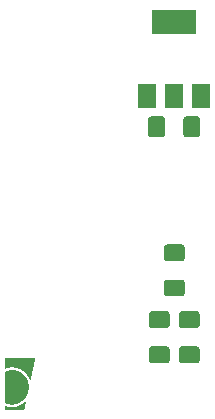
<source format=gbp>
G04 #@! TF.GenerationSoftware,KiCad,Pcbnew,(5.0.0)*
G04 #@! TF.CreationDate,2020-01-07T10:02:11+01:00*
G04 #@! TF.ProjectId,Pacifistabot-ESP-01s,506163696669737461626F742D455350,rev?*
G04 #@! TF.SameCoordinates,Original*
G04 #@! TF.FileFunction,Paste,Bot*
G04 #@! TF.FilePolarity,Positive*
%FSLAX46Y46*%
G04 Gerber Fmt 4.6, Leading zero omitted, Abs format (unit mm)*
G04 Created by KiCad (PCBNEW (5.0.0)) date 01/07/20 10:02:11*
%MOMM*%
%LPD*%
G01*
G04 APERTURE LIST*
%ADD10C,0.010000*%
%ADD11R,3.800000X2.000000*%
%ADD12R,1.500000X2.000000*%
%ADD13C,0.100000*%
%ADD14C,1.425000*%
G04 APERTURE END LIST*
D10*
G04 #@! TO.C,G\002A\002A\002A*
G36*
X73354231Y-138281798D02*
X73266157Y-138281824D01*
X73178180Y-138281866D01*
X73090708Y-138281926D01*
X73004150Y-138282002D01*
X72918912Y-138282095D01*
X72835403Y-138282204D01*
X72754030Y-138282330D01*
X72675202Y-138282471D01*
X72599326Y-138282628D01*
X72526810Y-138282801D01*
X72458062Y-138282990D01*
X72393489Y-138283193D01*
X72333499Y-138283413D01*
X72278501Y-138283647D01*
X72228902Y-138283897D01*
X72185109Y-138284161D01*
X72147531Y-138284440D01*
X72116576Y-138284734D01*
X72092651Y-138285042D01*
X72076164Y-138285364D01*
X72067523Y-138285701D01*
X72066265Y-138285882D01*
X72060752Y-138288211D01*
X72057668Y-138287592D01*
X72056653Y-138288055D01*
X72055753Y-138290581D01*
X72054962Y-138295638D01*
X72054273Y-138303692D01*
X72053678Y-138315209D01*
X72053171Y-138330658D01*
X72052745Y-138350504D01*
X72052392Y-138375215D01*
X72052106Y-138405258D01*
X72051879Y-138441099D01*
X72051704Y-138483205D01*
X72051575Y-138532044D01*
X72051484Y-138588081D01*
X72051424Y-138651785D01*
X72051396Y-138702271D01*
X72051385Y-138773444D01*
X72051420Y-138836575D01*
X72051507Y-138892085D01*
X72051651Y-138940400D01*
X72051856Y-138981942D01*
X72052128Y-139017134D01*
X72052472Y-139046401D01*
X72052894Y-139070166D01*
X72053399Y-139088852D01*
X72053992Y-139102883D01*
X72054678Y-139112682D01*
X72055462Y-139118673D01*
X72056350Y-139121279D01*
X72056568Y-139121444D01*
X72059596Y-139123367D01*
X72056376Y-139123933D01*
X72052784Y-139126484D01*
X72053302Y-139128260D01*
X72058311Y-139129168D01*
X72068701Y-139127428D01*
X72082049Y-139123673D01*
X72095933Y-139118536D01*
X72103135Y-139115243D01*
X72112872Y-139112053D01*
X72117143Y-139111567D01*
X72121693Y-139109704D01*
X72121428Y-139107728D01*
X72122782Y-139105565D01*
X72127528Y-139106105D01*
X72134272Y-139106152D01*
X72136000Y-139103990D01*
X72139334Y-139101348D01*
X72143989Y-139101749D01*
X72151882Y-139101440D01*
X72154823Y-139099236D01*
X72161060Y-139095255D01*
X72165227Y-139094634D01*
X72173106Y-139093282D01*
X72175887Y-139092517D01*
X72136000Y-139092517D01*
X72133884Y-139094634D01*
X72131767Y-139092517D01*
X72132473Y-139091811D01*
X72121889Y-139091811D01*
X72121308Y-139094328D01*
X72119067Y-139094634D01*
X72115583Y-139093085D01*
X72116245Y-139091811D01*
X72121269Y-139091305D01*
X72121889Y-139091811D01*
X72132473Y-139091811D01*
X72133884Y-139090400D01*
X72136000Y-139092517D01*
X72175887Y-139092517D01*
X72185858Y-139089775D01*
X72197785Y-139085874D01*
X72213413Y-139080936D01*
X72227789Y-139077285D01*
X72235484Y-139075990D01*
X72245037Y-139074642D01*
X72260367Y-139071935D01*
X72278977Y-139068323D01*
X72290517Y-139065946D01*
X72309717Y-139062090D01*
X72330920Y-139058133D01*
X72352121Y-139054416D01*
X72371315Y-139051276D01*
X72386495Y-139049052D01*
X72395659Y-139048083D01*
X72396353Y-139048067D01*
X72397364Y-139045502D01*
X72397043Y-139044892D01*
X72400272Y-139043636D01*
X72410468Y-139042441D01*
X72426132Y-139041427D01*
X72445766Y-139040714D01*
X72450184Y-139040615D01*
X72471131Y-139040013D01*
X72489083Y-139039154D01*
X72502305Y-139038145D01*
X72509065Y-139037094D01*
X72509422Y-139036934D01*
X72510688Y-139036778D01*
X72413989Y-139036778D01*
X72413408Y-139039295D01*
X72411167Y-139039600D01*
X72407683Y-139038051D01*
X72408345Y-139036778D01*
X72413369Y-139036271D01*
X72413989Y-139036778D01*
X72510688Y-139036778D01*
X72514635Y-139036292D01*
X72526954Y-139035851D01*
X72545021Y-139035606D01*
X72567480Y-139035550D01*
X72592971Y-139035674D01*
X72620138Y-139035974D01*
X72647622Y-139036442D01*
X72674066Y-139037070D01*
X72698113Y-139037853D01*
X72699034Y-139037889D01*
X72723565Y-139039505D01*
X72754380Y-139042561D01*
X72789474Y-139046786D01*
X72826839Y-139051908D01*
X72864468Y-139057654D01*
X72900354Y-139063754D01*
X72926340Y-139068682D01*
X72941549Y-139070142D01*
X72949186Y-139067564D01*
X72952472Y-139065388D01*
X72951788Y-139067367D01*
X72953799Y-139071185D01*
X72962247Y-139075186D01*
X72965983Y-139076304D01*
X72977715Y-139078507D01*
X72982573Y-139077134D01*
X72982667Y-139076594D01*
X72985249Y-139075449D01*
X72989321Y-139077953D01*
X72995401Y-139080987D01*
X73006648Y-139085053D01*
X73020966Y-139089561D01*
X73036257Y-139093923D01*
X73050423Y-139097547D01*
X73061369Y-139099845D01*
X73066996Y-139100227D01*
X73067334Y-139099889D01*
X73069974Y-139100393D01*
X73073498Y-139102946D01*
X73080554Y-139106071D01*
X73083789Y-139105512D01*
X73089357Y-139105996D01*
X73090753Y-139107553D01*
X73096561Y-139110353D01*
X73099732Y-139109787D01*
X73103729Y-139109705D01*
X73102875Y-139112282D01*
X73103089Y-139115404D01*
X73109424Y-139114637D01*
X73115733Y-139113638D01*
X73116408Y-139114703D01*
X73118798Y-139117168D01*
X73127477Y-139121293D01*
X73140646Y-139126237D01*
X73142448Y-139126847D01*
X73166648Y-139135239D01*
X73194216Y-139145372D01*
X73226873Y-139157886D01*
X73247810Y-139166089D01*
X73260341Y-139170316D01*
X73269648Y-139172151D01*
X73272830Y-139171685D01*
X73274161Y-139171751D01*
X73273079Y-139174008D01*
X73273411Y-139178703D01*
X73280399Y-139180196D01*
X73284292Y-139179801D01*
X73287438Y-139182378D01*
X73287467Y-139182856D01*
X73291113Y-139186169D01*
X73300315Y-139190399D01*
X73305459Y-139192203D01*
X73316822Y-139196301D01*
X73324310Y-139199819D01*
X73325567Y-139200803D01*
X73331658Y-139205624D01*
X73342278Y-139211494D01*
X73354778Y-139217246D01*
X73366512Y-139221710D01*
X73374830Y-139223716D01*
X73376851Y-139223451D01*
X73379924Y-139222780D01*
X73378888Y-139225213D01*
X73378804Y-139229558D01*
X73380653Y-139230100D01*
X73387307Y-139232834D01*
X73391828Y-139236489D01*
X73398524Y-139240640D01*
X73402108Y-139240473D01*
X73405776Y-139240673D01*
X73406000Y-139241771D01*
X73409359Y-139245768D01*
X73417530Y-139251627D01*
X73427655Y-139257624D01*
X73436879Y-139262035D01*
X73441603Y-139263264D01*
X73446691Y-139266439D01*
X73449222Y-139269938D01*
X73455131Y-139275710D01*
X73458480Y-139276667D01*
X73465419Y-139279252D01*
X73473633Y-139285046D01*
X73481475Y-139290332D01*
X73486767Y-139291278D01*
X73486768Y-139291277D01*
X73491109Y-139292808D01*
X73495031Y-139298078D01*
X73499441Y-139304084D01*
X73502045Y-139304801D01*
X73506688Y-139305047D01*
X73509110Y-139306638D01*
X73523645Y-139318595D01*
X73533195Y-139325726D01*
X73539058Y-139328877D01*
X73542532Y-139328896D01*
X73542916Y-139328688D01*
X73545148Y-139328808D01*
X73544468Y-139330269D01*
X73545871Y-139334769D01*
X73552303Y-139340276D01*
X73560807Y-139344983D01*
X73568429Y-139347081D01*
X73571061Y-139346541D01*
X73573732Y-139347141D01*
X73573335Y-139349472D01*
X73575592Y-139354032D01*
X73582625Y-139361806D01*
X73592396Y-139370984D01*
X73602865Y-139379757D01*
X73611994Y-139386316D01*
X73617696Y-139388850D01*
X73620892Y-139390472D01*
X73627418Y-139395735D01*
X73637937Y-139405236D01*
X73653109Y-139419573D01*
X73672995Y-139438758D01*
X73686009Y-139450750D01*
X73697031Y-139459727D01*
X73704560Y-139464527D01*
X73706808Y-139464901D01*
X73710009Y-139464643D01*
X73709916Y-139465794D01*
X73711976Y-139470715D01*
X73718211Y-139478332D01*
X73726141Y-139486110D01*
X73733283Y-139491516D01*
X73736143Y-139492567D01*
X73741585Y-139495666D01*
X73742955Y-139497454D01*
X73743346Y-139500411D01*
X73740030Y-139499211D01*
X73739149Y-139499821D01*
X73743545Y-139504873D01*
X73747842Y-139509080D01*
X73756200Y-139517918D01*
X73761082Y-139524900D01*
X73761600Y-139526624D01*
X73764190Y-139529208D01*
X73765834Y-139528550D01*
X73769763Y-139528272D01*
X73770070Y-139529359D01*
X73772701Y-139535028D01*
X73779190Y-139543196D01*
X73787442Y-139551750D01*
X73795364Y-139558580D01*
X73800861Y-139561575D01*
X73801802Y-139561347D01*
X73803462Y-139561067D01*
X73802640Y-139562837D01*
X73803664Y-139568483D01*
X73809727Y-139575942D01*
X73810428Y-139576568D01*
X73817657Y-139584117D01*
X73820858Y-139589962D01*
X73820867Y-139590155D01*
X73823459Y-139592710D01*
X73825100Y-139592050D01*
X73828830Y-139592877D01*
X73829334Y-139595361D01*
X73832075Y-139601065D01*
X73839349Y-139610900D01*
X73849727Y-139622981D01*
X73852617Y-139626107D01*
X73863485Y-139638083D01*
X73871644Y-139647818D01*
X73875694Y-139653617D01*
X73875900Y-139654284D01*
X73878489Y-139659148D01*
X73885091Y-139667828D01*
X73889949Y-139673530D01*
X73900808Y-139686916D01*
X73910982Y-139701193D01*
X73913594Y-139705318D01*
X73920067Y-139714475D01*
X73925227Y-139719062D01*
X73926584Y-139719122D01*
X73929147Y-139720663D01*
X73929398Y-139724387D01*
X73931441Y-139730021D01*
X73934423Y-139730587D01*
X73938114Y-139731620D01*
X73937656Y-139733264D01*
X73938584Y-139738478D01*
X73943240Y-139746974D01*
X73949645Y-139755780D01*
X73955821Y-139761923D01*
X73957315Y-139762795D01*
X73960331Y-139767668D01*
X73960567Y-139769896D01*
X73963635Y-139776327D01*
X73971007Y-139783798D01*
X73977515Y-139790130D01*
X73979106Y-139794324D01*
X73978991Y-139794466D01*
X73979604Y-139799110D01*
X73983758Y-139808118D01*
X73990044Y-139818987D01*
X73997048Y-139829212D01*
X74001684Y-139834711D01*
X74006351Y-139841326D01*
X74007134Y-139844065D01*
X74009894Y-139849216D01*
X74016733Y-139857253D01*
X74018776Y-139859330D01*
X74024513Y-139865534D01*
X74025181Y-139867536D01*
X74023868Y-139866910D01*
X74019560Y-139864589D01*
X74021391Y-139866994D01*
X74023868Y-139869481D01*
X74029898Y-139877563D01*
X74031815Y-139882141D01*
X74034785Y-139889064D01*
X74036048Y-139890460D01*
X74039464Y-139895362D01*
X74044563Y-139904999D01*
X74046331Y-139908717D01*
X74051797Y-139918015D01*
X74056705Y-139922297D01*
X74058078Y-139922161D01*
X74061663Y-139921841D01*
X74061771Y-139922994D01*
X74061439Y-139932857D01*
X74063764Y-139938685D01*
X74066950Y-139938844D01*
X74070182Y-139938875D01*
X74069760Y-139941769D01*
X74070620Y-139948371D01*
X74074840Y-139959621D01*
X74080385Y-139970933D01*
X74093968Y-139996419D01*
X74105797Y-140019358D01*
X74115324Y-140038629D01*
X74122000Y-140053111D01*
X74125275Y-140061684D01*
X74125516Y-140063008D01*
X74127266Y-140068360D01*
X74130658Y-140067515D01*
X74133669Y-140061912D01*
X74134458Y-140056658D01*
X74134786Y-140049409D01*
X74135559Y-140042201D01*
X74137121Y-140033165D01*
X74139815Y-140020431D01*
X74143984Y-140002129D01*
X74146295Y-139992170D01*
X74150714Y-139973050D01*
X74146834Y-139973050D01*
X74144717Y-139975167D01*
X74142600Y-139973050D01*
X74144717Y-139970933D01*
X74146834Y-139973050D01*
X74150714Y-139973050D01*
X74154406Y-139957076D01*
X74158937Y-139937067D01*
X74140484Y-139937067D01*
X74140148Y-139940968D01*
X74138617Y-139941300D01*
X74134306Y-139938227D01*
X74134134Y-139937067D01*
X74134875Y-139934950D01*
X74079101Y-139934950D01*
X74076984Y-139937067D01*
X74074867Y-139934950D01*
X74076984Y-139932833D01*
X74079101Y-139934950D01*
X74134875Y-139934950D01*
X74135578Y-139932944D01*
X74136001Y-139932833D01*
X74139615Y-139935800D01*
X74140484Y-139937067D01*
X74158937Y-139937067D01*
X74161005Y-139927940D01*
X74166590Y-139902497D01*
X74171660Y-139878479D01*
X74176555Y-139854397D01*
X74177385Y-139850284D01*
X74024067Y-139850284D01*
X74021951Y-139852400D01*
X74019834Y-139850284D01*
X74021951Y-139848167D01*
X74024067Y-139850284D01*
X74177385Y-139850284D01*
X74180742Y-139833667D01*
X74184888Y-139813453D01*
X74188351Y-139796881D01*
X74189607Y-139791017D01*
X74192698Y-139776171D01*
X74193992Y-139766936D01*
X74193608Y-139760678D01*
X74191662Y-139754761D01*
X74191269Y-139753802D01*
X74190437Y-139747987D01*
X74193939Y-139747452D01*
X74198711Y-139745061D01*
X74199750Y-139740217D01*
X74201165Y-139732131D01*
X74202931Y-139729380D01*
X74205005Y-139724108D01*
X74206745Y-139713314D01*
X74207361Y-139706028D01*
X74208629Y-139692889D01*
X74210442Y-139683128D01*
X74211431Y-139680483D01*
X74213945Y-139673811D01*
X74217245Y-139661653D01*
X74220747Y-139646731D01*
X74210000Y-139646731D01*
X74209221Y-139652221D01*
X74207776Y-139652287D01*
X74206766Y-139646621D01*
X74207442Y-139644173D01*
X74209322Y-139642570D01*
X74210000Y-139646731D01*
X74220747Y-139646731D01*
X74220856Y-139646267D01*
X74222468Y-139638617D01*
X73884367Y-139638617D01*
X73882250Y-139640734D01*
X73880134Y-139638617D01*
X73882250Y-139636500D01*
X73884367Y-139638617D01*
X74222468Y-139638617D01*
X74224254Y-139630150D01*
X73884367Y-139630150D01*
X73882250Y-139632267D01*
X73880134Y-139630150D01*
X73882250Y-139628034D01*
X73884367Y-139630150D01*
X74224254Y-139630150D01*
X74224304Y-139629914D01*
X74225049Y-139625917D01*
X74218800Y-139625917D01*
X74216684Y-139628034D01*
X74214567Y-139625917D01*
X74216684Y-139623800D01*
X74218800Y-139625917D01*
X74225049Y-139625917D01*
X74227113Y-139614856D01*
X74228808Y-139603350D01*
X74228914Y-139597660D01*
X74228862Y-139597556D01*
X74229602Y-139594283D01*
X74230499Y-139594167D01*
X74232982Y-139590329D01*
X74235951Y-139580252D01*
X74238775Y-139566087D01*
X74238856Y-139565592D01*
X74241490Y-139550751D01*
X74245463Y-139530123D01*
X74245779Y-139528550D01*
X73778534Y-139528550D01*
X73776417Y-139530667D01*
X73774300Y-139528550D01*
X73776417Y-139526434D01*
X73778534Y-139528550D01*
X74245779Y-139528550D01*
X74249189Y-139511617D01*
X73757367Y-139511617D01*
X73755250Y-139513734D01*
X73753134Y-139511617D01*
X73755250Y-139509500D01*
X73757367Y-139511617D01*
X74249189Y-139511617D01*
X74250284Y-139506186D01*
X74251360Y-139501034D01*
X73755250Y-139501034D01*
X73754915Y-139504934D01*
X73753384Y-139505267D01*
X73749073Y-139502194D01*
X73748900Y-139501034D01*
X73750345Y-139496910D01*
X73750767Y-139496800D01*
X73754382Y-139499767D01*
X73755250Y-139501034D01*
X74251360Y-139501034D01*
X74255461Y-139481419D01*
X74256700Y-139475634D01*
X74264247Y-139440369D01*
X74264398Y-139439650D01*
X73681167Y-139439650D01*
X73679051Y-139441767D01*
X73676934Y-139439650D01*
X73679051Y-139437534D01*
X73681167Y-139439650D01*
X74264398Y-139439650D01*
X74267066Y-139426950D01*
X73689634Y-139426950D01*
X73687517Y-139429067D01*
X73685401Y-139426950D01*
X73687517Y-139424834D01*
X73689634Y-139426950D01*
X74267066Y-139426950D01*
X74269734Y-139414250D01*
X73660001Y-139414250D01*
X73657884Y-139416367D01*
X73655767Y-139414250D01*
X73657884Y-139412134D01*
X73660001Y-139414250D01*
X74269734Y-139414250D01*
X74270173Y-139412163D01*
X74272333Y-139401550D01*
X73660001Y-139401550D01*
X73657884Y-139403667D01*
X73655767Y-139401550D01*
X73657884Y-139399434D01*
X73660001Y-139401550D01*
X74272333Y-139401550D01*
X74274722Y-139389812D01*
X74278140Y-139372116D01*
X74278175Y-139371917D01*
X73626134Y-139371917D01*
X73624017Y-139374034D01*
X73621901Y-139371917D01*
X73624017Y-139369800D01*
X73626134Y-139371917D01*
X74278175Y-139371917D01*
X74280444Y-139359217D01*
X74282729Y-139347576D01*
X74284747Y-139339447D01*
X74287635Y-139328023D01*
X74290917Y-139311110D01*
X74293184Y-139297833D01*
X74294236Y-139288814D01*
X74292973Y-139287232D01*
X74291149Y-139289367D01*
X74287480Y-139292972D01*
X74286599Y-139290292D01*
X74289917Y-139284090D01*
X74292410Y-139282613D01*
X74295437Y-139280320D01*
X74298380Y-139275167D01*
X74298595Y-139274550D01*
X74295001Y-139274550D01*
X74292884Y-139276667D01*
X74290767Y-139274550D01*
X74292884Y-139272433D01*
X74295001Y-139274550D01*
X74298595Y-139274550D01*
X74301547Y-139266088D01*
X74305251Y-139252015D01*
X74308769Y-139236450D01*
X73422934Y-139236450D01*
X73420817Y-139238567D01*
X73418700Y-139236450D01*
X73420817Y-139234333D01*
X73422934Y-139236450D01*
X74308769Y-139236450D01*
X74309726Y-139232217D01*
X73406000Y-139232217D01*
X73403884Y-139234333D01*
X73401767Y-139232217D01*
X73403884Y-139230100D01*
X73406000Y-139232217D01*
X74309726Y-139232217D01*
X74309802Y-139231884D01*
X74315511Y-139204629D01*
X74316363Y-139200467D01*
X74318091Y-139192000D01*
X74311934Y-139192000D01*
X74310385Y-139195485D01*
X74309112Y-139194822D01*
X74308970Y-139193411D01*
X73345323Y-139193411D01*
X73344742Y-139195928D01*
X73342500Y-139196233D01*
X73339016Y-139194685D01*
X73339678Y-139193411D01*
X73344702Y-139192905D01*
X73345323Y-139193411D01*
X74308970Y-139193411D01*
X74308605Y-139189798D01*
X74309112Y-139189178D01*
X74311628Y-139189759D01*
X74311934Y-139192000D01*
X74318091Y-139192000D01*
X74320525Y-139180082D01*
X74322033Y-139172700D01*
X74311934Y-139172700D01*
X74310539Y-139178817D01*
X74306873Y-139176983D01*
X74305765Y-139175359D01*
X74305999Y-139172950D01*
X73287467Y-139172950D01*
X73285350Y-139175067D01*
X73283234Y-139172950D01*
X73285350Y-139170833D01*
X73287467Y-139172950D01*
X74305999Y-139172950D01*
X74306295Y-139169922D01*
X74307631Y-139168760D01*
X74311313Y-139169679D01*
X74311934Y-139172700D01*
X74322033Y-139172700D01*
X74324428Y-139160977D01*
X74327170Y-139147550D01*
X73219734Y-139147550D01*
X73217617Y-139149667D01*
X73215500Y-139147550D01*
X73217617Y-139145433D01*
X73219734Y-139147550D01*
X74327170Y-139147550D01*
X74327527Y-139145806D01*
X74328842Y-139139373D01*
X74329475Y-139134850D01*
X73219734Y-139134850D01*
X73217617Y-139136967D01*
X73215500Y-139134850D01*
X73190100Y-139134850D01*
X73187984Y-139136967D01*
X73185867Y-139134850D01*
X73187984Y-139132733D01*
X73190100Y-139134850D01*
X73215500Y-139134850D01*
X73217617Y-139132733D01*
X73219734Y-139134850D01*
X74329475Y-139134850D01*
X74330167Y-139129911D01*
X73175989Y-139129911D01*
X73175408Y-139132428D01*
X73173167Y-139132733D01*
X73169683Y-139131185D01*
X73170345Y-139129911D01*
X73175369Y-139129405D01*
X73175989Y-139129911D01*
X74330167Y-139129911D01*
X74330526Y-139127352D01*
X74330516Y-139126383D01*
X73164700Y-139126383D01*
X73162584Y-139128500D01*
X73160467Y-139126383D01*
X73162584Y-139124267D01*
X73164700Y-139126383D01*
X74330516Y-139126383D01*
X74330472Y-139122150D01*
X73185867Y-139122150D01*
X73183750Y-139124267D01*
X73181634Y-139122150D01*
X73183750Y-139120033D01*
X73185867Y-139122150D01*
X74330472Y-139122150D01*
X74330432Y-139118421D01*
X74330103Y-139117148D01*
X74330732Y-139112198D01*
X74332648Y-139111567D01*
X74336281Y-139107977D01*
X74337334Y-139101873D01*
X74338371Y-139092357D01*
X74341031Y-139078457D01*
X74343255Y-139069065D01*
X74347153Y-139052376D01*
X74350417Y-139035901D01*
X74350956Y-139032545D01*
X72752656Y-139032545D01*
X72752075Y-139035061D01*
X72749834Y-139035367D01*
X72746349Y-139033818D01*
X72747012Y-139032545D01*
X72752036Y-139032038D01*
X72752656Y-139032545D01*
X74350956Y-139032545D01*
X74351524Y-139029017D01*
X74351647Y-139028311D01*
X72811923Y-139028311D01*
X72811342Y-139030828D01*
X72809101Y-139031134D01*
X72805616Y-139029585D01*
X72806278Y-139028311D01*
X72811302Y-139027805D01*
X72811923Y-139028311D01*
X74351647Y-139028311D01*
X74353697Y-139016616D01*
X74357275Y-138999434D01*
X74361541Y-138980889D01*
X74362193Y-138978217D01*
X74365594Y-138963518D01*
X74361705Y-138963518D01*
X74360266Y-138968202D01*
X74357020Y-138971407D01*
X74355168Y-138968219D01*
X74355166Y-138967634D01*
X74350034Y-138967634D01*
X74348485Y-138971118D01*
X74347212Y-138970456D01*
X74346705Y-138965432D01*
X74347212Y-138964811D01*
X74349728Y-138965392D01*
X74350034Y-138967634D01*
X74355166Y-138967634D01*
X74355136Y-138961610D01*
X74355943Y-138960313D01*
X74360014Y-138959327D01*
X74361705Y-138963518D01*
X74365594Y-138963518D01*
X74366522Y-138959508D01*
X74370267Y-138941406D01*
X74372698Y-138927463D01*
X74372885Y-138926096D01*
X74374767Y-138914173D01*
X74376657Y-138906039D01*
X74377226Y-138904659D01*
X74378667Y-138899795D01*
X74381337Y-138888815D01*
X74384756Y-138873898D01*
X74388447Y-138857222D01*
X74389280Y-138853334D01*
X74383232Y-138853334D01*
X74382567Y-138859343D01*
X74381097Y-138858625D01*
X74380538Y-138849958D01*
X74381097Y-138848042D01*
X74382642Y-138847510D01*
X74383232Y-138853334D01*
X74389280Y-138853334D01*
X74391931Y-138840964D01*
X74394731Y-138827303D01*
X74396368Y-138818415D01*
X74396600Y-138816426D01*
X74393873Y-138816502D01*
X74392656Y-138817172D01*
X74391656Y-138815610D01*
X74394213Y-138808647D01*
X74395169Y-138806665D01*
X74402770Y-138785385D01*
X74406670Y-138761279D01*
X74406869Y-138757429D01*
X74408114Y-138750905D01*
X74409813Y-138749934D01*
X74412081Y-138747329D01*
X74414460Y-138738837D01*
X74415016Y-138735771D01*
X74417677Y-138720730D01*
X74420843Y-138704440D01*
X74421301Y-138702227D01*
X74422922Y-138687281D01*
X74420331Y-138679381D01*
X74417866Y-138675988D01*
X74420728Y-138677147D01*
X74424604Y-138675302D01*
X74428351Y-138666664D01*
X74431382Y-138652894D01*
X74432526Y-138643784D01*
X74433886Y-138637421D01*
X74435571Y-138631084D01*
X74430467Y-138631084D01*
X74428350Y-138633200D01*
X74426234Y-138631084D01*
X74428350Y-138628967D01*
X74430467Y-138631084D01*
X74435571Y-138631084D01*
X74436845Y-138626294D01*
X74438415Y-138620809D01*
X74444034Y-138595897D01*
X74447890Y-138566997D01*
X74448962Y-138552113D01*
X74450362Y-138544572D01*
X74452692Y-138542838D01*
X74455553Y-138541101D01*
X74456407Y-138537142D01*
X74462309Y-138504083D01*
X74451634Y-138504083D01*
X74449517Y-138506200D01*
X74447401Y-138504083D01*
X74449517Y-138501967D01*
X74451634Y-138504083D01*
X74462309Y-138504083D01*
X74462617Y-138502363D01*
X74463765Y-138495617D01*
X74451634Y-138495617D01*
X74449517Y-138497733D01*
X74447401Y-138495617D01*
X74449517Y-138493500D01*
X74451634Y-138495617D01*
X74463765Y-138495617D01*
X74463816Y-138495320D01*
X74460903Y-138495122D01*
X74460767Y-138495205D01*
X74456405Y-138495453D01*
X74455867Y-138493750D01*
X74459292Y-138489774D01*
X74462217Y-138489267D01*
X74467870Y-138488690D01*
X74468573Y-138488208D01*
X74469420Y-138481699D01*
X74471666Y-138468915D01*
X74474915Y-138451855D01*
X74478769Y-138432517D01*
X74482831Y-138412900D01*
X74486704Y-138395004D01*
X74489531Y-138382721D01*
X74490758Y-138377084D01*
X74485500Y-138377084D01*
X74483384Y-138379200D01*
X74481267Y-138377084D01*
X74483384Y-138374967D01*
X74485500Y-138377084D01*
X74490758Y-138377084D01*
X74493740Y-138363399D01*
X74497087Y-138344663D01*
X74497272Y-138343217D01*
X74481267Y-138343217D01*
X74479151Y-138345333D01*
X74477034Y-138343217D01*
X74479151Y-138341100D01*
X74481267Y-138343217D01*
X74497272Y-138343217D01*
X74498991Y-138329856D01*
X74499184Y-138326940D01*
X74500229Y-138316000D01*
X74501930Y-138310018D01*
X74502857Y-138309612D01*
X74505423Y-138307488D01*
X74507708Y-138300427D01*
X74508956Y-138291947D01*
X74508409Y-138285562D01*
X74508145Y-138285033D01*
X74503763Y-138284692D01*
X74491322Y-138284371D01*
X74471230Y-138284069D01*
X74443894Y-138283787D01*
X74409724Y-138283524D01*
X74369126Y-138283280D01*
X74322508Y-138283055D01*
X74270278Y-138282849D01*
X74212844Y-138282662D01*
X74150613Y-138282493D01*
X74083995Y-138282343D01*
X74013395Y-138282211D01*
X73939223Y-138282097D01*
X73861885Y-138282002D01*
X73781790Y-138281924D01*
X73699346Y-138281863D01*
X73614960Y-138281822D01*
X73529040Y-138281797D01*
X73441995Y-138281789D01*
X73354231Y-138281798D01*
X73354231Y-138281798D01*
G37*
X73354231Y-138281798D02*
X73266157Y-138281824D01*
X73178180Y-138281866D01*
X73090708Y-138281926D01*
X73004150Y-138282002D01*
X72918912Y-138282095D01*
X72835403Y-138282204D01*
X72754030Y-138282330D01*
X72675202Y-138282471D01*
X72599326Y-138282628D01*
X72526810Y-138282801D01*
X72458062Y-138282990D01*
X72393489Y-138283193D01*
X72333499Y-138283413D01*
X72278501Y-138283647D01*
X72228902Y-138283897D01*
X72185109Y-138284161D01*
X72147531Y-138284440D01*
X72116576Y-138284734D01*
X72092651Y-138285042D01*
X72076164Y-138285364D01*
X72067523Y-138285701D01*
X72066265Y-138285882D01*
X72060752Y-138288211D01*
X72057668Y-138287592D01*
X72056653Y-138288055D01*
X72055753Y-138290581D01*
X72054962Y-138295638D01*
X72054273Y-138303692D01*
X72053678Y-138315209D01*
X72053171Y-138330658D01*
X72052745Y-138350504D01*
X72052392Y-138375215D01*
X72052106Y-138405258D01*
X72051879Y-138441099D01*
X72051704Y-138483205D01*
X72051575Y-138532044D01*
X72051484Y-138588081D01*
X72051424Y-138651785D01*
X72051396Y-138702271D01*
X72051385Y-138773444D01*
X72051420Y-138836575D01*
X72051507Y-138892085D01*
X72051651Y-138940400D01*
X72051856Y-138981942D01*
X72052128Y-139017134D01*
X72052472Y-139046401D01*
X72052894Y-139070166D01*
X72053399Y-139088852D01*
X72053992Y-139102883D01*
X72054678Y-139112682D01*
X72055462Y-139118673D01*
X72056350Y-139121279D01*
X72056568Y-139121444D01*
X72059596Y-139123367D01*
X72056376Y-139123933D01*
X72052784Y-139126484D01*
X72053302Y-139128260D01*
X72058311Y-139129168D01*
X72068701Y-139127428D01*
X72082049Y-139123673D01*
X72095933Y-139118536D01*
X72103135Y-139115243D01*
X72112872Y-139112053D01*
X72117143Y-139111567D01*
X72121693Y-139109704D01*
X72121428Y-139107728D01*
X72122782Y-139105565D01*
X72127528Y-139106105D01*
X72134272Y-139106152D01*
X72136000Y-139103990D01*
X72139334Y-139101348D01*
X72143989Y-139101749D01*
X72151882Y-139101440D01*
X72154823Y-139099236D01*
X72161060Y-139095255D01*
X72165227Y-139094634D01*
X72173106Y-139093282D01*
X72175887Y-139092517D01*
X72136000Y-139092517D01*
X72133884Y-139094634D01*
X72131767Y-139092517D01*
X72132473Y-139091811D01*
X72121889Y-139091811D01*
X72121308Y-139094328D01*
X72119067Y-139094634D01*
X72115583Y-139093085D01*
X72116245Y-139091811D01*
X72121269Y-139091305D01*
X72121889Y-139091811D01*
X72132473Y-139091811D01*
X72133884Y-139090400D01*
X72136000Y-139092517D01*
X72175887Y-139092517D01*
X72185858Y-139089775D01*
X72197785Y-139085874D01*
X72213413Y-139080936D01*
X72227789Y-139077285D01*
X72235484Y-139075990D01*
X72245037Y-139074642D01*
X72260367Y-139071935D01*
X72278977Y-139068323D01*
X72290517Y-139065946D01*
X72309717Y-139062090D01*
X72330920Y-139058133D01*
X72352121Y-139054416D01*
X72371315Y-139051276D01*
X72386495Y-139049052D01*
X72395659Y-139048083D01*
X72396353Y-139048067D01*
X72397364Y-139045502D01*
X72397043Y-139044892D01*
X72400272Y-139043636D01*
X72410468Y-139042441D01*
X72426132Y-139041427D01*
X72445766Y-139040714D01*
X72450184Y-139040615D01*
X72471131Y-139040013D01*
X72489083Y-139039154D01*
X72502305Y-139038145D01*
X72509065Y-139037094D01*
X72509422Y-139036934D01*
X72510688Y-139036778D01*
X72413989Y-139036778D01*
X72413408Y-139039295D01*
X72411167Y-139039600D01*
X72407683Y-139038051D01*
X72408345Y-139036778D01*
X72413369Y-139036271D01*
X72413989Y-139036778D01*
X72510688Y-139036778D01*
X72514635Y-139036292D01*
X72526954Y-139035851D01*
X72545021Y-139035606D01*
X72567480Y-139035550D01*
X72592971Y-139035674D01*
X72620138Y-139035974D01*
X72647622Y-139036442D01*
X72674066Y-139037070D01*
X72698113Y-139037853D01*
X72699034Y-139037889D01*
X72723565Y-139039505D01*
X72754380Y-139042561D01*
X72789474Y-139046786D01*
X72826839Y-139051908D01*
X72864468Y-139057654D01*
X72900354Y-139063754D01*
X72926340Y-139068682D01*
X72941549Y-139070142D01*
X72949186Y-139067564D01*
X72952472Y-139065388D01*
X72951788Y-139067367D01*
X72953799Y-139071185D01*
X72962247Y-139075186D01*
X72965983Y-139076304D01*
X72977715Y-139078507D01*
X72982573Y-139077134D01*
X72982667Y-139076594D01*
X72985249Y-139075449D01*
X72989321Y-139077953D01*
X72995401Y-139080987D01*
X73006648Y-139085053D01*
X73020966Y-139089561D01*
X73036257Y-139093923D01*
X73050423Y-139097547D01*
X73061369Y-139099845D01*
X73066996Y-139100227D01*
X73067334Y-139099889D01*
X73069974Y-139100393D01*
X73073498Y-139102946D01*
X73080554Y-139106071D01*
X73083789Y-139105512D01*
X73089357Y-139105996D01*
X73090753Y-139107553D01*
X73096561Y-139110353D01*
X73099732Y-139109787D01*
X73103729Y-139109705D01*
X73102875Y-139112282D01*
X73103089Y-139115404D01*
X73109424Y-139114637D01*
X73115733Y-139113638D01*
X73116408Y-139114703D01*
X73118798Y-139117168D01*
X73127477Y-139121293D01*
X73140646Y-139126237D01*
X73142448Y-139126847D01*
X73166648Y-139135239D01*
X73194216Y-139145372D01*
X73226873Y-139157886D01*
X73247810Y-139166089D01*
X73260341Y-139170316D01*
X73269648Y-139172151D01*
X73272830Y-139171685D01*
X73274161Y-139171751D01*
X73273079Y-139174008D01*
X73273411Y-139178703D01*
X73280399Y-139180196D01*
X73284292Y-139179801D01*
X73287438Y-139182378D01*
X73287467Y-139182856D01*
X73291113Y-139186169D01*
X73300315Y-139190399D01*
X73305459Y-139192203D01*
X73316822Y-139196301D01*
X73324310Y-139199819D01*
X73325567Y-139200803D01*
X73331658Y-139205624D01*
X73342278Y-139211494D01*
X73354778Y-139217246D01*
X73366512Y-139221710D01*
X73374830Y-139223716D01*
X73376851Y-139223451D01*
X73379924Y-139222780D01*
X73378888Y-139225213D01*
X73378804Y-139229558D01*
X73380653Y-139230100D01*
X73387307Y-139232834D01*
X73391828Y-139236489D01*
X73398524Y-139240640D01*
X73402108Y-139240473D01*
X73405776Y-139240673D01*
X73406000Y-139241771D01*
X73409359Y-139245768D01*
X73417530Y-139251627D01*
X73427655Y-139257624D01*
X73436879Y-139262035D01*
X73441603Y-139263264D01*
X73446691Y-139266439D01*
X73449222Y-139269938D01*
X73455131Y-139275710D01*
X73458480Y-139276667D01*
X73465419Y-139279252D01*
X73473633Y-139285046D01*
X73481475Y-139290332D01*
X73486767Y-139291278D01*
X73486768Y-139291277D01*
X73491109Y-139292808D01*
X73495031Y-139298078D01*
X73499441Y-139304084D01*
X73502045Y-139304801D01*
X73506688Y-139305047D01*
X73509110Y-139306638D01*
X73523645Y-139318595D01*
X73533195Y-139325726D01*
X73539058Y-139328877D01*
X73542532Y-139328896D01*
X73542916Y-139328688D01*
X73545148Y-139328808D01*
X73544468Y-139330269D01*
X73545871Y-139334769D01*
X73552303Y-139340276D01*
X73560807Y-139344983D01*
X73568429Y-139347081D01*
X73571061Y-139346541D01*
X73573732Y-139347141D01*
X73573335Y-139349472D01*
X73575592Y-139354032D01*
X73582625Y-139361806D01*
X73592396Y-139370984D01*
X73602865Y-139379757D01*
X73611994Y-139386316D01*
X73617696Y-139388850D01*
X73620892Y-139390472D01*
X73627418Y-139395735D01*
X73637937Y-139405236D01*
X73653109Y-139419573D01*
X73672995Y-139438758D01*
X73686009Y-139450750D01*
X73697031Y-139459727D01*
X73704560Y-139464527D01*
X73706808Y-139464901D01*
X73710009Y-139464643D01*
X73709916Y-139465794D01*
X73711976Y-139470715D01*
X73718211Y-139478332D01*
X73726141Y-139486110D01*
X73733283Y-139491516D01*
X73736143Y-139492567D01*
X73741585Y-139495666D01*
X73742955Y-139497454D01*
X73743346Y-139500411D01*
X73740030Y-139499211D01*
X73739149Y-139499821D01*
X73743545Y-139504873D01*
X73747842Y-139509080D01*
X73756200Y-139517918D01*
X73761082Y-139524900D01*
X73761600Y-139526624D01*
X73764190Y-139529208D01*
X73765834Y-139528550D01*
X73769763Y-139528272D01*
X73770070Y-139529359D01*
X73772701Y-139535028D01*
X73779190Y-139543196D01*
X73787442Y-139551750D01*
X73795364Y-139558580D01*
X73800861Y-139561575D01*
X73801802Y-139561347D01*
X73803462Y-139561067D01*
X73802640Y-139562837D01*
X73803664Y-139568483D01*
X73809727Y-139575942D01*
X73810428Y-139576568D01*
X73817657Y-139584117D01*
X73820858Y-139589962D01*
X73820867Y-139590155D01*
X73823459Y-139592710D01*
X73825100Y-139592050D01*
X73828830Y-139592877D01*
X73829334Y-139595361D01*
X73832075Y-139601065D01*
X73839349Y-139610900D01*
X73849727Y-139622981D01*
X73852617Y-139626107D01*
X73863485Y-139638083D01*
X73871644Y-139647818D01*
X73875694Y-139653617D01*
X73875900Y-139654284D01*
X73878489Y-139659148D01*
X73885091Y-139667828D01*
X73889949Y-139673530D01*
X73900808Y-139686916D01*
X73910982Y-139701193D01*
X73913594Y-139705318D01*
X73920067Y-139714475D01*
X73925227Y-139719062D01*
X73926584Y-139719122D01*
X73929147Y-139720663D01*
X73929398Y-139724387D01*
X73931441Y-139730021D01*
X73934423Y-139730587D01*
X73938114Y-139731620D01*
X73937656Y-139733264D01*
X73938584Y-139738478D01*
X73943240Y-139746974D01*
X73949645Y-139755780D01*
X73955821Y-139761923D01*
X73957315Y-139762795D01*
X73960331Y-139767668D01*
X73960567Y-139769896D01*
X73963635Y-139776327D01*
X73971007Y-139783798D01*
X73977515Y-139790130D01*
X73979106Y-139794324D01*
X73978991Y-139794466D01*
X73979604Y-139799110D01*
X73983758Y-139808118D01*
X73990044Y-139818987D01*
X73997048Y-139829212D01*
X74001684Y-139834711D01*
X74006351Y-139841326D01*
X74007134Y-139844065D01*
X74009894Y-139849216D01*
X74016733Y-139857253D01*
X74018776Y-139859330D01*
X74024513Y-139865534D01*
X74025181Y-139867536D01*
X74023868Y-139866910D01*
X74019560Y-139864589D01*
X74021391Y-139866994D01*
X74023868Y-139869481D01*
X74029898Y-139877563D01*
X74031815Y-139882141D01*
X74034785Y-139889064D01*
X74036048Y-139890460D01*
X74039464Y-139895362D01*
X74044563Y-139904999D01*
X74046331Y-139908717D01*
X74051797Y-139918015D01*
X74056705Y-139922297D01*
X74058078Y-139922161D01*
X74061663Y-139921841D01*
X74061771Y-139922994D01*
X74061439Y-139932857D01*
X74063764Y-139938685D01*
X74066950Y-139938844D01*
X74070182Y-139938875D01*
X74069760Y-139941769D01*
X74070620Y-139948371D01*
X74074840Y-139959621D01*
X74080385Y-139970933D01*
X74093968Y-139996419D01*
X74105797Y-140019358D01*
X74115324Y-140038629D01*
X74122000Y-140053111D01*
X74125275Y-140061684D01*
X74125516Y-140063008D01*
X74127266Y-140068360D01*
X74130658Y-140067515D01*
X74133669Y-140061912D01*
X74134458Y-140056658D01*
X74134786Y-140049409D01*
X74135559Y-140042201D01*
X74137121Y-140033165D01*
X74139815Y-140020431D01*
X74143984Y-140002129D01*
X74146295Y-139992170D01*
X74150714Y-139973050D01*
X74146834Y-139973050D01*
X74144717Y-139975167D01*
X74142600Y-139973050D01*
X74144717Y-139970933D01*
X74146834Y-139973050D01*
X74150714Y-139973050D01*
X74154406Y-139957076D01*
X74158937Y-139937067D01*
X74140484Y-139937067D01*
X74140148Y-139940968D01*
X74138617Y-139941300D01*
X74134306Y-139938227D01*
X74134134Y-139937067D01*
X74134875Y-139934950D01*
X74079101Y-139934950D01*
X74076984Y-139937067D01*
X74074867Y-139934950D01*
X74076984Y-139932833D01*
X74079101Y-139934950D01*
X74134875Y-139934950D01*
X74135578Y-139932944D01*
X74136001Y-139932833D01*
X74139615Y-139935800D01*
X74140484Y-139937067D01*
X74158937Y-139937067D01*
X74161005Y-139927940D01*
X74166590Y-139902497D01*
X74171660Y-139878479D01*
X74176555Y-139854397D01*
X74177385Y-139850284D01*
X74024067Y-139850284D01*
X74021951Y-139852400D01*
X74019834Y-139850284D01*
X74021951Y-139848167D01*
X74024067Y-139850284D01*
X74177385Y-139850284D01*
X74180742Y-139833667D01*
X74184888Y-139813453D01*
X74188351Y-139796881D01*
X74189607Y-139791017D01*
X74192698Y-139776171D01*
X74193992Y-139766936D01*
X74193608Y-139760678D01*
X74191662Y-139754761D01*
X74191269Y-139753802D01*
X74190437Y-139747987D01*
X74193939Y-139747452D01*
X74198711Y-139745061D01*
X74199750Y-139740217D01*
X74201165Y-139732131D01*
X74202931Y-139729380D01*
X74205005Y-139724108D01*
X74206745Y-139713314D01*
X74207361Y-139706028D01*
X74208629Y-139692889D01*
X74210442Y-139683128D01*
X74211431Y-139680483D01*
X74213945Y-139673811D01*
X74217245Y-139661653D01*
X74220747Y-139646731D01*
X74210000Y-139646731D01*
X74209221Y-139652221D01*
X74207776Y-139652287D01*
X74206766Y-139646621D01*
X74207442Y-139644173D01*
X74209322Y-139642570D01*
X74210000Y-139646731D01*
X74220747Y-139646731D01*
X74220856Y-139646267D01*
X74222468Y-139638617D01*
X73884367Y-139638617D01*
X73882250Y-139640734D01*
X73880134Y-139638617D01*
X73882250Y-139636500D01*
X73884367Y-139638617D01*
X74222468Y-139638617D01*
X74224254Y-139630150D01*
X73884367Y-139630150D01*
X73882250Y-139632267D01*
X73880134Y-139630150D01*
X73882250Y-139628034D01*
X73884367Y-139630150D01*
X74224254Y-139630150D01*
X74224304Y-139629914D01*
X74225049Y-139625917D01*
X74218800Y-139625917D01*
X74216684Y-139628034D01*
X74214567Y-139625917D01*
X74216684Y-139623800D01*
X74218800Y-139625917D01*
X74225049Y-139625917D01*
X74227113Y-139614856D01*
X74228808Y-139603350D01*
X74228914Y-139597660D01*
X74228862Y-139597556D01*
X74229602Y-139594283D01*
X74230499Y-139594167D01*
X74232982Y-139590329D01*
X74235951Y-139580252D01*
X74238775Y-139566087D01*
X74238856Y-139565592D01*
X74241490Y-139550751D01*
X74245463Y-139530123D01*
X74245779Y-139528550D01*
X73778534Y-139528550D01*
X73776417Y-139530667D01*
X73774300Y-139528550D01*
X73776417Y-139526434D01*
X73778534Y-139528550D01*
X74245779Y-139528550D01*
X74249189Y-139511617D01*
X73757367Y-139511617D01*
X73755250Y-139513734D01*
X73753134Y-139511617D01*
X73755250Y-139509500D01*
X73757367Y-139511617D01*
X74249189Y-139511617D01*
X74250284Y-139506186D01*
X74251360Y-139501034D01*
X73755250Y-139501034D01*
X73754915Y-139504934D01*
X73753384Y-139505267D01*
X73749073Y-139502194D01*
X73748900Y-139501034D01*
X73750345Y-139496910D01*
X73750767Y-139496800D01*
X73754382Y-139499767D01*
X73755250Y-139501034D01*
X74251360Y-139501034D01*
X74255461Y-139481419D01*
X74256700Y-139475634D01*
X74264247Y-139440369D01*
X74264398Y-139439650D01*
X73681167Y-139439650D01*
X73679051Y-139441767D01*
X73676934Y-139439650D01*
X73679051Y-139437534D01*
X73681167Y-139439650D01*
X74264398Y-139439650D01*
X74267066Y-139426950D01*
X73689634Y-139426950D01*
X73687517Y-139429067D01*
X73685401Y-139426950D01*
X73687517Y-139424834D01*
X73689634Y-139426950D01*
X74267066Y-139426950D01*
X74269734Y-139414250D01*
X73660001Y-139414250D01*
X73657884Y-139416367D01*
X73655767Y-139414250D01*
X73657884Y-139412134D01*
X73660001Y-139414250D01*
X74269734Y-139414250D01*
X74270173Y-139412163D01*
X74272333Y-139401550D01*
X73660001Y-139401550D01*
X73657884Y-139403667D01*
X73655767Y-139401550D01*
X73657884Y-139399434D01*
X73660001Y-139401550D01*
X74272333Y-139401550D01*
X74274722Y-139389812D01*
X74278140Y-139372116D01*
X74278175Y-139371917D01*
X73626134Y-139371917D01*
X73624017Y-139374034D01*
X73621901Y-139371917D01*
X73624017Y-139369800D01*
X73626134Y-139371917D01*
X74278175Y-139371917D01*
X74280444Y-139359217D01*
X74282729Y-139347576D01*
X74284747Y-139339447D01*
X74287635Y-139328023D01*
X74290917Y-139311110D01*
X74293184Y-139297833D01*
X74294236Y-139288814D01*
X74292973Y-139287232D01*
X74291149Y-139289367D01*
X74287480Y-139292972D01*
X74286599Y-139290292D01*
X74289917Y-139284090D01*
X74292410Y-139282613D01*
X74295437Y-139280320D01*
X74298380Y-139275167D01*
X74298595Y-139274550D01*
X74295001Y-139274550D01*
X74292884Y-139276667D01*
X74290767Y-139274550D01*
X74292884Y-139272433D01*
X74295001Y-139274550D01*
X74298595Y-139274550D01*
X74301547Y-139266088D01*
X74305251Y-139252015D01*
X74308769Y-139236450D01*
X73422934Y-139236450D01*
X73420817Y-139238567D01*
X73418700Y-139236450D01*
X73420817Y-139234333D01*
X73422934Y-139236450D01*
X74308769Y-139236450D01*
X74309726Y-139232217D01*
X73406000Y-139232217D01*
X73403884Y-139234333D01*
X73401767Y-139232217D01*
X73403884Y-139230100D01*
X73406000Y-139232217D01*
X74309726Y-139232217D01*
X74309802Y-139231884D01*
X74315511Y-139204629D01*
X74316363Y-139200467D01*
X74318091Y-139192000D01*
X74311934Y-139192000D01*
X74310385Y-139195485D01*
X74309112Y-139194822D01*
X74308970Y-139193411D01*
X73345323Y-139193411D01*
X73344742Y-139195928D01*
X73342500Y-139196233D01*
X73339016Y-139194685D01*
X73339678Y-139193411D01*
X73344702Y-139192905D01*
X73345323Y-139193411D01*
X74308970Y-139193411D01*
X74308605Y-139189798D01*
X74309112Y-139189178D01*
X74311628Y-139189759D01*
X74311934Y-139192000D01*
X74318091Y-139192000D01*
X74320525Y-139180082D01*
X74322033Y-139172700D01*
X74311934Y-139172700D01*
X74310539Y-139178817D01*
X74306873Y-139176983D01*
X74305765Y-139175359D01*
X74305999Y-139172950D01*
X73287467Y-139172950D01*
X73285350Y-139175067D01*
X73283234Y-139172950D01*
X73285350Y-139170833D01*
X73287467Y-139172950D01*
X74305999Y-139172950D01*
X74306295Y-139169922D01*
X74307631Y-139168760D01*
X74311313Y-139169679D01*
X74311934Y-139172700D01*
X74322033Y-139172700D01*
X74324428Y-139160977D01*
X74327170Y-139147550D01*
X73219734Y-139147550D01*
X73217617Y-139149667D01*
X73215500Y-139147550D01*
X73217617Y-139145433D01*
X73219734Y-139147550D01*
X74327170Y-139147550D01*
X74327527Y-139145806D01*
X74328842Y-139139373D01*
X74329475Y-139134850D01*
X73219734Y-139134850D01*
X73217617Y-139136967D01*
X73215500Y-139134850D01*
X73190100Y-139134850D01*
X73187984Y-139136967D01*
X73185867Y-139134850D01*
X73187984Y-139132733D01*
X73190100Y-139134850D01*
X73215500Y-139134850D01*
X73217617Y-139132733D01*
X73219734Y-139134850D01*
X74329475Y-139134850D01*
X74330167Y-139129911D01*
X73175989Y-139129911D01*
X73175408Y-139132428D01*
X73173167Y-139132733D01*
X73169683Y-139131185D01*
X73170345Y-139129911D01*
X73175369Y-139129405D01*
X73175989Y-139129911D01*
X74330167Y-139129911D01*
X74330526Y-139127352D01*
X74330516Y-139126383D01*
X73164700Y-139126383D01*
X73162584Y-139128500D01*
X73160467Y-139126383D01*
X73162584Y-139124267D01*
X73164700Y-139126383D01*
X74330516Y-139126383D01*
X74330472Y-139122150D01*
X73185867Y-139122150D01*
X73183750Y-139124267D01*
X73181634Y-139122150D01*
X73183750Y-139120033D01*
X73185867Y-139122150D01*
X74330472Y-139122150D01*
X74330432Y-139118421D01*
X74330103Y-139117148D01*
X74330732Y-139112198D01*
X74332648Y-139111567D01*
X74336281Y-139107977D01*
X74337334Y-139101873D01*
X74338371Y-139092357D01*
X74341031Y-139078457D01*
X74343255Y-139069065D01*
X74347153Y-139052376D01*
X74350417Y-139035901D01*
X74350956Y-139032545D01*
X72752656Y-139032545D01*
X72752075Y-139035061D01*
X72749834Y-139035367D01*
X72746349Y-139033818D01*
X72747012Y-139032545D01*
X72752036Y-139032038D01*
X72752656Y-139032545D01*
X74350956Y-139032545D01*
X74351524Y-139029017D01*
X74351647Y-139028311D01*
X72811923Y-139028311D01*
X72811342Y-139030828D01*
X72809101Y-139031134D01*
X72805616Y-139029585D01*
X72806278Y-139028311D01*
X72811302Y-139027805D01*
X72811923Y-139028311D01*
X74351647Y-139028311D01*
X74353697Y-139016616D01*
X74357275Y-138999434D01*
X74361541Y-138980889D01*
X74362193Y-138978217D01*
X74365594Y-138963518D01*
X74361705Y-138963518D01*
X74360266Y-138968202D01*
X74357020Y-138971407D01*
X74355168Y-138968219D01*
X74355166Y-138967634D01*
X74350034Y-138967634D01*
X74348485Y-138971118D01*
X74347212Y-138970456D01*
X74346705Y-138965432D01*
X74347212Y-138964811D01*
X74349728Y-138965392D01*
X74350034Y-138967634D01*
X74355166Y-138967634D01*
X74355136Y-138961610D01*
X74355943Y-138960313D01*
X74360014Y-138959327D01*
X74361705Y-138963518D01*
X74365594Y-138963518D01*
X74366522Y-138959508D01*
X74370267Y-138941406D01*
X74372698Y-138927463D01*
X74372885Y-138926096D01*
X74374767Y-138914173D01*
X74376657Y-138906039D01*
X74377226Y-138904659D01*
X74378667Y-138899795D01*
X74381337Y-138888815D01*
X74384756Y-138873898D01*
X74388447Y-138857222D01*
X74389280Y-138853334D01*
X74383232Y-138853334D01*
X74382567Y-138859343D01*
X74381097Y-138858625D01*
X74380538Y-138849958D01*
X74381097Y-138848042D01*
X74382642Y-138847510D01*
X74383232Y-138853334D01*
X74389280Y-138853334D01*
X74391931Y-138840964D01*
X74394731Y-138827303D01*
X74396368Y-138818415D01*
X74396600Y-138816426D01*
X74393873Y-138816502D01*
X74392656Y-138817172D01*
X74391656Y-138815610D01*
X74394213Y-138808647D01*
X74395169Y-138806665D01*
X74402770Y-138785385D01*
X74406670Y-138761279D01*
X74406869Y-138757429D01*
X74408114Y-138750905D01*
X74409813Y-138749934D01*
X74412081Y-138747329D01*
X74414460Y-138738837D01*
X74415016Y-138735771D01*
X74417677Y-138720730D01*
X74420843Y-138704440D01*
X74421301Y-138702227D01*
X74422922Y-138687281D01*
X74420331Y-138679381D01*
X74417866Y-138675988D01*
X74420728Y-138677147D01*
X74424604Y-138675302D01*
X74428351Y-138666664D01*
X74431382Y-138652894D01*
X74432526Y-138643784D01*
X74433886Y-138637421D01*
X74435571Y-138631084D01*
X74430467Y-138631084D01*
X74428350Y-138633200D01*
X74426234Y-138631084D01*
X74428350Y-138628967D01*
X74430467Y-138631084D01*
X74435571Y-138631084D01*
X74436845Y-138626294D01*
X74438415Y-138620809D01*
X74444034Y-138595897D01*
X74447890Y-138566997D01*
X74448962Y-138552113D01*
X74450362Y-138544572D01*
X74452692Y-138542838D01*
X74455553Y-138541101D01*
X74456407Y-138537142D01*
X74462309Y-138504083D01*
X74451634Y-138504083D01*
X74449517Y-138506200D01*
X74447401Y-138504083D01*
X74449517Y-138501967D01*
X74451634Y-138504083D01*
X74462309Y-138504083D01*
X74462617Y-138502363D01*
X74463765Y-138495617D01*
X74451634Y-138495617D01*
X74449517Y-138497733D01*
X74447401Y-138495617D01*
X74449517Y-138493500D01*
X74451634Y-138495617D01*
X74463765Y-138495617D01*
X74463816Y-138495320D01*
X74460903Y-138495122D01*
X74460767Y-138495205D01*
X74456405Y-138495453D01*
X74455867Y-138493750D01*
X74459292Y-138489774D01*
X74462217Y-138489267D01*
X74467870Y-138488690D01*
X74468573Y-138488208D01*
X74469420Y-138481699D01*
X74471666Y-138468915D01*
X74474915Y-138451855D01*
X74478769Y-138432517D01*
X74482831Y-138412900D01*
X74486704Y-138395004D01*
X74489531Y-138382721D01*
X74490758Y-138377084D01*
X74485500Y-138377084D01*
X74483384Y-138379200D01*
X74481267Y-138377084D01*
X74483384Y-138374967D01*
X74485500Y-138377084D01*
X74490758Y-138377084D01*
X74493740Y-138363399D01*
X74497087Y-138344663D01*
X74497272Y-138343217D01*
X74481267Y-138343217D01*
X74479151Y-138345333D01*
X74477034Y-138343217D01*
X74479151Y-138341100D01*
X74481267Y-138343217D01*
X74497272Y-138343217D01*
X74498991Y-138329856D01*
X74499184Y-138326940D01*
X74500229Y-138316000D01*
X74501930Y-138310018D01*
X74502857Y-138309612D01*
X74505423Y-138307488D01*
X74507708Y-138300427D01*
X74508956Y-138291947D01*
X74508409Y-138285562D01*
X74508145Y-138285033D01*
X74503763Y-138284692D01*
X74491322Y-138284371D01*
X74471230Y-138284069D01*
X74443894Y-138283787D01*
X74409724Y-138283524D01*
X74369126Y-138283280D01*
X74322508Y-138283055D01*
X74270278Y-138282849D01*
X74212844Y-138282662D01*
X74150613Y-138282493D01*
X74083995Y-138282343D01*
X74013395Y-138282211D01*
X73939223Y-138282097D01*
X73861885Y-138282002D01*
X73781790Y-138281924D01*
X73699346Y-138281863D01*
X73614960Y-138281822D01*
X73529040Y-138281797D01*
X73441995Y-138281789D01*
X73354231Y-138281798D01*
G36*
X72599078Y-139355693D02*
X72570700Y-139356206D01*
X72544185Y-139357150D01*
X72520980Y-139358516D01*
X72502534Y-139360293D01*
X72490297Y-139362473D01*
X72486725Y-139363847D01*
X72479627Y-139365547D01*
X72467571Y-139366175D01*
X72460674Y-139365994D01*
X72447442Y-139366045D01*
X72442400Y-139368045D01*
X72442678Y-139369413D01*
X72442395Y-139372189D01*
X72438905Y-139371416D01*
X72432410Y-139371262D01*
X72419743Y-139372703D01*
X72402748Y-139375370D01*
X72383269Y-139378898D01*
X72363149Y-139382919D01*
X72344232Y-139387069D01*
X72328360Y-139390979D01*
X72317379Y-139394283D01*
X72313215Y-139396410D01*
X72308077Y-139398695D01*
X72306678Y-139398148D01*
X72300812Y-139398309D01*
X72290480Y-139401479D01*
X72285383Y-139403594D01*
X72274519Y-139407860D01*
X72267237Y-139409607D01*
X72265858Y-139409347D01*
X72261084Y-139409540D01*
X72250889Y-139412079D01*
X72237706Y-139416147D01*
X72223968Y-139420924D01*
X72212106Y-139425591D01*
X72204553Y-139429331D01*
X72203261Y-139430416D01*
X72198615Y-139433654D01*
X72197969Y-139433662D01*
X72187987Y-139433443D01*
X72183174Y-139435617D01*
X72183068Y-139436475D01*
X72183038Y-139443591D01*
X72180603Y-139444641D01*
X72179089Y-139442844D01*
X72175087Y-139440150D01*
X72167389Y-139441212D01*
X72157987Y-139444544D01*
X72147330Y-139449504D01*
X72140996Y-139453948D01*
X72140234Y-139455359D01*
X72137602Y-139457286D01*
X72136000Y-139456583D01*
X72132106Y-139457060D01*
X72131767Y-139458700D01*
X72129350Y-139461615D01*
X72127974Y-139461089D01*
X72121947Y-139461236D01*
X72112564Y-139464807D01*
X72112099Y-139465047D01*
X72102218Y-139469484D01*
X72095291Y-139471374D01*
X72095244Y-139471374D01*
X72088817Y-139474342D01*
X72085041Y-139477943D01*
X72078028Y-139482360D01*
X72073779Y-139482248D01*
X72067480Y-139483493D01*
X72065537Y-139486288D01*
X72060191Y-139491870D01*
X72057231Y-139492567D01*
X72056655Y-139493496D01*
X72056117Y-139496460D01*
X72055616Y-139501722D01*
X72055149Y-139509546D01*
X72054717Y-139520198D01*
X72054317Y-139533940D01*
X72053949Y-139551036D01*
X72053611Y-139571752D01*
X72053302Y-139596350D01*
X72053021Y-139625095D01*
X72052767Y-139658251D01*
X72052538Y-139696082D01*
X72052334Y-139738853D01*
X72052153Y-139786826D01*
X72051993Y-139840267D01*
X72051854Y-139899439D01*
X72051735Y-139964606D01*
X72051634Y-140036033D01*
X72051550Y-140113983D01*
X72051481Y-140198721D01*
X72051428Y-140290510D01*
X72051387Y-140389615D01*
X72051359Y-140496300D01*
X72051342Y-140610829D01*
X72051334Y-140733465D01*
X72051334Y-140779500D01*
X72051337Y-140903892D01*
X72051346Y-141020091D01*
X72051364Y-141128374D01*
X72051390Y-141229014D01*
X72051428Y-141322286D01*
X72051478Y-141408466D01*
X72051542Y-141487828D01*
X72051620Y-141560646D01*
X72051715Y-141627196D01*
X72051828Y-141687752D01*
X72051960Y-141742590D01*
X72052113Y-141791983D01*
X72052288Y-141836207D01*
X72052487Y-141875536D01*
X72052710Y-141910245D01*
X72052960Y-141940609D01*
X72053238Y-141966903D01*
X72053544Y-141989401D01*
X72053882Y-142008379D01*
X72054251Y-142024111D01*
X72054653Y-142036871D01*
X72055091Y-142046935D01*
X72055564Y-142054577D01*
X72056075Y-142060072D01*
X72056626Y-142063696D01*
X72057216Y-142065722D01*
X72057849Y-142066425D01*
X72057934Y-142066433D01*
X72062538Y-142068170D01*
X72062351Y-142069964D01*
X72064706Y-142073287D01*
X72073058Y-142078215D01*
X72082210Y-142082284D01*
X72102176Y-142090056D01*
X72123440Y-142098021D01*
X72144163Y-142105523D01*
X72162506Y-142111910D01*
X72176631Y-142116528D01*
X72184684Y-142118720D01*
X72195820Y-142121634D01*
X72200559Y-142123400D01*
X72210223Y-142124915D01*
X72214537Y-142124085D01*
X72218982Y-142123666D01*
X72218800Y-142125297D01*
X72220598Y-142128809D01*
X72230383Y-142132575D01*
X72246344Y-142136287D01*
X72253739Y-142137919D01*
X72266470Y-142140865D01*
X72280211Y-142144114D01*
X72302331Y-142149309D01*
X72317610Y-142152571D01*
X72327419Y-142154023D01*
X72333130Y-142153790D01*
X72336114Y-142151999D01*
X72337531Y-142149345D01*
X72341715Y-142144927D01*
X72344329Y-142145304D01*
X72345456Y-142149190D01*
X72342950Y-142151399D01*
X72339129Y-142155335D01*
X72342676Y-142158217D01*
X72354047Y-142160289D01*
X72360618Y-142160924D01*
X72373635Y-142162434D01*
X72383674Y-142164342D01*
X72385767Y-142164994D01*
X72393126Y-142166650D01*
X72405980Y-142168467D01*
X72419634Y-142169875D01*
X72437757Y-142171536D01*
X72459801Y-142173696D01*
X72481271Y-142175913D01*
X72483134Y-142176113D01*
X72513987Y-142178427D01*
X72550990Y-142179575D01*
X72591908Y-142179577D01*
X72634508Y-142178456D01*
X72676557Y-142176232D01*
X72704962Y-142173986D01*
X72733796Y-142170999D01*
X72754732Y-142168026D01*
X72768338Y-142164970D01*
X72775145Y-142161764D01*
X72782290Y-142156568D01*
X72786509Y-142155662D01*
X72785910Y-142159408D01*
X72785712Y-142159737D01*
X72786841Y-142162373D01*
X72794987Y-142161614D01*
X72814063Y-142157492D01*
X72834033Y-142152934D01*
X72856657Y-142147517D01*
X72883695Y-142140819D01*
X72887679Y-142139811D01*
X72845789Y-142139811D01*
X72845208Y-142142328D01*
X72842967Y-142142633D01*
X72839483Y-142141085D01*
X72840145Y-142139811D01*
X72845169Y-142139305D01*
X72845789Y-142139811D01*
X72887679Y-142139811D01*
X72901624Y-142136283D01*
X72787934Y-142136283D01*
X72785817Y-142138400D01*
X72783701Y-142136283D01*
X72785817Y-142134167D01*
X72787934Y-142136283D01*
X72901624Y-142136283D01*
X72916906Y-142132417D01*
X72922179Y-142131073D01*
X72935743Y-142126923D01*
X72944119Y-142122942D01*
X72945867Y-142120145D01*
X72945989Y-142118645D01*
X72236189Y-142118645D01*
X72235608Y-142121161D01*
X72233367Y-142121467D01*
X72229883Y-142119918D01*
X72230545Y-142118645D01*
X72235569Y-142118138D01*
X72236189Y-142118645D01*
X72945989Y-142118645D01*
X72946043Y-142117988D01*
X72948251Y-142119010D01*
X72954249Y-142119267D01*
X72965410Y-142117076D01*
X72979758Y-142113114D01*
X72995319Y-142108056D01*
X72996258Y-142107708D01*
X72981759Y-142107708D01*
X72978681Y-142108109D01*
X72970797Y-142105736D01*
X72967850Y-142104533D01*
X72964354Y-142102417D01*
X72953034Y-142102417D01*
X72950917Y-142104533D01*
X72948800Y-142102417D01*
X72950917Y-142100300D01*
X72953034Y-142102417D01*
X72964354Y-142102417D01*
X72963079Y-142101646D01*
X72965734Y-142100663D01*
X72974771Y-142102662D01*
X72978434Y-142104533D01*
X72981759Y-142107708D01*
X72996258Y-142107708D01*
X73010116Y-142102576D01*
X73022173Y-142097351D01*
X73027986Y-142093950D01*
X73020767Y-142093950D01*
X73018650Y-142096067D01*
X73016534Y-142093950D01*
X73018650Y-142091833D01*
X73020767Y-142093950D01*
X73027986Y-142093950D01*
X73029516Y-142093055D01*
X73030725Y-142090821D01*
X73030604Y-142088298D01*
X73032641Y-142089206D01*
X73039918Y-142089870D01*
X73044937Y-142088166D01*
X73052545Y-142084656D01*
X73062166Y-142080545D01*
X72100723Y-142080545D01*
X72100142Y-142083061D01*
X72097900Y-142083367D01*
X72094416Y-142081818D01*
X72095078Y-142080545D01*
X72100102Y-142080038D01*
X72100723Y-142080545D01*
X73062166Y-142080545D01*
X73065314Y-142079200D01*
X73070633Y-142077017D01*
X73054634Y-142077017D01*
X73052517Y-142079133D01*
X73050400Y-142077017D01*
X73052517Y-142074900D01*
X73054634Y-142077017D01*
X73070633Y-142077017D01*
X73080528Y-142072957D01*
X73081057Y-142072745D01*
X73094598Y-142066771D01*
X73104034Y-142061572D01*
X73107573Y-142058156D01*
X73107495Y-142057877D01*
X73109006Y-142055541D01*
X73112778Y-142055561D01*
X73122680Y-142054298D01*
X73135841Y-142049484D01*
X73148798Y-142042710D01*
X73153732Y-142038917D01*
X73152000Y-142038917D01*
X73149884Y-142041033D01*
X73147767Y-142038917D01*
X73149884Y-142036800D01*
X73152000Y-142038917D01*
X73153732Y-142038917D01*
X73158086Y-142035571D01*
X73159227Y-142034201D01*
X73164584Y-142029506D01*
X73167488Y-142029710D01*
X73172357Y-142029446D01*
X73178115Y-142025570D01*
X73183883Y-142021379D01*
X73185867Y-142021638D01*
X73189124Y-142021129D01*
X73197404Y-142017456D01*
X73208474Y-142011814D01*
X73211013Y-142010413D01*
X73200533Y-142010413D01*
X73200248Y-142012106D01*
X73194664Y-142015599D01*
X73194084Y-142015633D01*
X73190177Y-142012793D01*
X73190100Y-142012106D01*
X73193527Y-142008947D01*
X73196264Y-142008578D01*
X73159056Y-142008578D01*
X73158475Y-142011095D01*
X73156234Y-142011400D01*
X73152749Y-142009851D01*
X73153412Y-142008578D01*
X73158436Y-142008071D01*
X73159056Y-142008578D01*
X73196264Y-142008578D01*
X73200533Y-142010413D01*
X73211013Y-142010413D01*
X73220102Y-142005400D01*
X73230053Y-141999410D01*
X73236095Y-141995040D01*
X73236667Y-141994429D01*
X73241299Y-141991251D01*
X73251289Y-141985643D01*
X73263125Y-141979507D01*
X73275692Y-141972378D01*
X73284483Y-141965813D01*
X73287467Y-141961583D01*
X73289426Y-141957685D01*
X73291011Y-141958057D01*
X73296690Y-141957709D01*
X73303958Y-141953535D01*
X73309619Y-141947920D01*
X73310601Y-141943426D01*
X73311449Y-141941212D01*
X73314218Y-141941842D01*
X73321722Y-141941027D01*
X73326836Y-141937560D01*
X73334042Y-141932229D01*
X73337965Y-141930967D01*
X73342324Y-141928648D01*
X73342500Y-141927767D01*
X73345935Y-141923963D01*
X73354142Y-141919348D01*
X73364870Y-141912964D01*
X73371660Y-141907683D01*
X73367900Y-141907683D01*
X73365784Y-141909800D01*
X73363667Y-141907683D01*
X73365784Y-141905567D01*
X73367900Y-141907683D01*
X73371660Y-141907683D01*
X73376686Y-141903774D01*
X73379067Y-141901611D01*
X73387564Y-141894433D01*
X73393354Y-141891070D01*
X73394415Y-141891159D01*
X73398112Y-141889570D01*
X73404885Y-141883106D01*
X73407590Y-141880021D01*
X73414408Y-141872607D01*
X73418328Y-141869677D01*
X73418700Y-141870068D01*
X73420781Y-141869739D01*
X73424916Y-141865101D01*
X73429584Y-141860188D01*
X73431266Y-141860482D01*
X73434021Y-141859971D01*
X73440911Y-141854707D01*
X73443163Y-141852650D01*
X73431400Y-141852650D01*
X73429284Y-141854767D01*
X73427167Y-141852650D01*
X73429284Y-141850533D01*
X73431400Y-141852650D01*
X73443163Y-141852650D01*
X73446176Y-141849899D01*
X73457269Y-141839633D01*
X73467572Y-141830702D01*
X73470518Y-141828336D01*
X73488665Y-141813952D01*
X73500682Y-141803354D01*
X73505686Y-141797617D01*
X73490667Y-141797617D01*
X73488551Y-141799733D01*
X73486434Y-141797617D01*
X73488551Y-141795500D01*
X73490667Y-141797617D01*
X73505686Y-141797617D01*
X73507456Y-141795588D01*
X73509872Y-141789701D01*
X73509522Y-141786418D01*
X73509450Y-141779976D01*
X73511798Y-141778567D01*
X73514592Y-141781143D01*
X73513951Y-141782800D01*
X73513670Y-141786683D01*
X73514759Y-141786966D01*
X73519762Y-141783987D01*
X73528604Y-141776221D01*
X73539780Y-141765265D01*
X73551790Y-141752716D01*
X73555435Y-141748684D01*
X73549934Y-141748684D01*
X73546861Y-141752995D01*
X73545701Y-141753167D01*
X73541577Y-141751722D01*
X73541467Y-141751300D01*
X73544434Y-141747686D01*
X73545701Y-141746817D01*
X73549601Y-141747152D01*
X73549934Y-141748684D01*
X73555435Y-141748684D01*
X73563130Y-141740175D01*
X73572298Y-141729237D01*
X73577791Y-141721502D01*
X73578684Y-141718966D01*
X73581023Y-141714157D01*
X73584812Y-141713148D01*
X73591444Y-141710927D01*
X73592858Y-141708717D01*
X73596230Y-141703459D01*
X73603328Y-141696017D01*
X73596501Y-141696017D01*
X73594384Y-141698133D01*
X73592267Y-141696017D01*
X73594384Y-141693900D01*
X73596501Y-141696017D01*
X73603328Y-141696017D01*
X73603805Y-141695518D01*
X73606664Y-141692909D01*
X73614159Y-141685810D01*
X73617446Y-141681684D01*
X73617236Y-141681268D01*
X73618671Y-141678411D01*
X73624742Y-141670885D01*
X73632478Y-141662150D01*
X73617667Y-141662150D01*
X73615551Y-141664267D01*
X73613434Y-141662150D01*
X73614139Y-141661445D01*
X73607789Y-141661445D01*
X73607208Y-141663961D01*
X73604967Y-141664267D01*
X73601483Y-141662718D01*
X73602145Y-141661445D01*
X73607169Y-141660938D01*
X73607789Y-141661445D01*
X73614139Y-141661445D01*
X73615551Y-141660033D01*
X73617667Y-141662150D01*
X73632478Y-141662150D01*
X73634249Y-141660151D01*
X73637281Y-141656858D01*
X73647963Y-141644910D01*
X73654632Y-141636750D01*
X73630367Y-141636750D01*
X73628251Y-141638867D01*
X73626134Y-141636750D01*
X73628251Y-141634633D01*
X73630367Y-141636750D01*
X73654632Y-141636750D01*
X73655938Y-141635153D01*
X73659785Y-141629349D01*
X73659937Y-141628769D01*
X73662742Y-141623445D01*
X73669413Y-141615844D01*
X73669526Y-141615733D01*
X73679629Y-141605155D01*
X73688097Y-141595031D01*
X73693162Y-141587556D01*
X73693867Y-141585511D01*
X73696227Y-141580807D01*
X73701940Y-141572791D01*
X73702276Y-141572362D01*
X73707333Y-141563613D01*
X73708052Y-141557082D01*
X73707947Y-141556878D01*
X73707388Y-141554329D01*
X73708701Y-141555249D01*
X73712649Y-141554041D01*
X73718461Y-141547465D01*
X73724611Y-141537912D01*
X73729573Y-141527772D01*
X73729866Y-141526684D01*
X73706567Y-141526684D01*
X73704450Y-141528800D01*
X73702334Y-141526684D01*
X73698100Y-141526684D01*
X73695984Y-141528800D01*
X73693867Y-141526684D01*
X73695984Y-141524567D01*
X73698100Y-141526684D01*
X73702334Y-141526684D01*
X73704450Y-141524567D01*
X73706567Y-141526684D01*
X73729866Y-141526684D01*
X73731820Y-141519436D01*
X73731835Y-141519025D01*
X73733577Y-141513735D01*
X73735737Y-141513697D01*
X73740293Y-141512282D01*
X73746041Y-141505845D01*
X73750986Y-141497211D01*
X73753133Y-141489202D01*
X73753134Y-141489085D01*
X73755255Y-141482680D01*
X73756772Y-141481528D01*
X73760023Y-141477619D01*
X73766108Y-141468395D01*
X73773781Y-141455955D01*
X73781796Y-141442404D01*
X73785609Y-141435667D01*
X73770067Y-141435667D01*
X73766846Y-141439777D01*
X73765834Y-141439900D01*
X73761724Y-141436679D01*
X73761600Y-141435667D01*
X73764822Y-141431557D01*
X73765834Y-141431434D01*
X73769944Y-141434655D01*
X73770067Y-141435667D01*
X73785609Y-141435667D01*
X73788908Y-141429841D01*
X73793869Y-141420371D01*
X73795467Y-141416263D01*
X73797148Y-141412061D01*
X73801620Y-141402054D01*
X73808027Y-141388079D01*
X73815512Y-141371972D01*
X73818403Y-141365817D01*
X73812400Y-141365817D01*
X73810284Y-141367934D01*
X73808167Y-141365817D01*
X73810284Y-141363700D01*
X73812400Y-141365817D01*
X73818403Y-141365817D01*
X73823219Y-141355569D01*
X73830291Y-141340706D01*
X73835872Y-141329220D01*
X73838329Y-141324370D01*
X73840527Y-141316318D01*
X73839811Y-141312728D01*
X73839809Y-141308932D01*
X73840934Y-141308667D01*
X73844466Y-141305061D01*
X73848796Y-141296081D01*
X73850001Y-141292792D01*
X73852733Y-141285384D01*
X73846267Y-141285384D01*
X73844150Y-141287500D01*
X73842034Y-141285384D01*
X73844150Y-141283267D01*
X73846267Y-141285384D01*
X73852733Y-141285384D01*
X73855328Y-141278350D01*
X73860939Y-141264676D01*
X73861333Y-141263792D01*
X73866011Y-141249615D01*
X73868390Y-141236275D01*
X73869529Y-141230350D01*
X73867434Y-141230350D01*
X73865317Y-141232467D01*
X73863200Y-141230350D01*
X73865317Y-141228234D01*
X73867434Y-141230350D01*
X73869529Y-141230350D01*
X73870516Y-141225218D01*
X73874102Y-141217911D01*
X73874375Y-141217650D01*
X73880014Y-141208967D01*
X73884558Y-141195814D01*
X73886943Y-141182189D01*
X73886337Y-141172736D01*
X73885440Y-141166391D01*
X73888023Y-141166493D01*
X73892176Y-141165100D01*
X73895354Y-141157498D01*
X73899046Y-141142547D01*
X73904082Y-141123174D01*
X73909478Y-141103098D01*
X73913539Y-141088534D01*
X73917520Y-141071987D01*
X73921109Y-141052693D01*
X73923586Y-141034838D01*
X73924240Y-141026496D01*
X73925399Y-141019893D01*
X73926916Y-141018817D01*
X73928547Y-141015399D01*
X73931132Y-141004109D01*
X73934577Y-140985478D01*
X73938791Y-140960036D01*
X73943680Y-140928313D01*
X73948729Y-140893800D01*
X73949154Y-140889817D01*
X73943634Y-140889817D01*
X73942273Y-140893663D01*
X73939152Y-140890308D01*
X73937785Y-140887230D01*
X73937489Y-140882860D01*
X73939449Y-140883247D01*
X73943483Y-140888667D01*
X73943634Y-140889817D01*
X73949154Y-140889817D01*
X73950537Y-140876867D01*
X73947867Y-140876867D01*
X73946318Y-140880351D01*
X73945045Y-140879689D01*
X73944538Y-140874665D01*
X73945045Y-140874045D01*
X73947562Y-140874626D01*
X73947867Y-140876867D01*
X73950537Y-140876867D01*
X73950640Y-140875910D01*
X73952130Y-140852637D01*
X73953218Y-140825052D01*
X73953919Y-140794224D01*
X73954249Y-140761224D01*
X73954225Y-140727122D01*
X73953864Y-140692989D01*
X73953180Y-140659896D01*
X73952192Y-140628911D01*
X73950914Y-140601107D01*
X73949364Y-140577553D01*
X73948796Y-140571817D01*
X73943634Y-140571817D01*
X73940561Y-140576128D01*
X73939400Y-140576300D01*
X73935277Y-140574856D01*
X73935167Y-140574433D01*
X73938134Y-140570819D01*
X73939400Y-140569950D01*
X73943301Y-140570286D01*
X73943634Y-140571817D01*
X73948796Y-140571817D01*
X73947557Y-140559319D01*
X73945511Y-140547476D01*
X73943390Y-140543130D01*
X73941028Y-140539289D01*
X73941445Y-140538317D01*
X73941615Y-140533034D01*
X73940537Y-140521221D01*
X73938456Y-140504681D01*
X73935615Y-140485219D01*
X73932258Y-140464638D01*
X73929102Y-140447184D01*
X73924851Y-140428165D01*
X73919548Y-140409070D01*
X73918144Y-140404850D01*
X73909767Y-140404850D01*
X73907650Y-140406967D01*
X73905534Y-140404850D01*
X73907650Y-140402734D01*
X73909767Y-140404850D01*
X73918144Y-140404850D01*
X73913935Y-140392211D01*
X73908756Y-140379901D01*
X73906072Y-140375547D01*
X73902264Y-140370303D01*
X73904531Y-140370571D01*
X73905195Y-140370950D01*
X73909331Y-140372095D01*
X73908443Y-140367288D01*
X73905756Y-140359328D01*
X73901800Y-140346559D01*
X73899003Y-140337117D01*
X73892834Y-140337117D01*
X73890717Y-140339233D01*
X73888600Y-140337117D01*
X73884367Y-140337117D01*
X73882250Y-140339233D01*
X73880134Y-140337117D01*
X73882250Y-140335000D01*
X73884367Y-140337117D01*
X73888600Y-140337117D01*
X73890717Y-140335000D01*
X73892834Y-140337117D01*
X73899003Y-140337117D01*
X73898940Y-140336905D01*
X73894716Y-140324844D01*
X73890695Y-140317404D01*
X73888333Y-140316116D01*
X73886246Y-140315148D01*
X73886996Y-140311909D01*
X73887099Y-140304259D01*
X73886882Y-140303250D01*
X73871667Y-140303250D01*
X73869550Y-140305367D01*
X73867434Y-140303250D01*
X73869550Y-140301133D01*
X73871667Y-140303250D01*
X73886882Y-140303250D01*
X73884448Y-140291938D01*
X73884018Y-140290550D01*
X73880134Y-140290550D01*
X73878017Y-140292667D01*
X73875900Y-140290550D01*
X73878017Y-140288433D01*
X73880134Y-140290550D01*
X73884018Y-140290550D01*
X73879865Y-140277157D01*
X73874176Y-140262130D01*
X73868205Y-140249068D01*
X73862777Y-140240184D01*
X73859293Y-140237569D01*
X73855484Y-140236304D01*
X73857243Y-140234394D01*
X73859089Y-140228762D01*
X73856909Y-140219758D01*
X73852177Y-140210448D01*
X73846369Y-140203899D01*
X73842002Y-140202689D01*
X73837954Y-140203354D01*
X73841253Y-140200526D01*
X73841655Y-140200244D01*
X73844436Y-140196692D01*
X73844017Y-140190676D01*
X73840030Y-140180241D01*
X73836418Y-140172405D01*
X73833991Y-140167783D01*
X73825100Y-140167783D01*
X73822984Y-140169900D01*
X73820867Y-140167783D01*
X73822984Y-140165667D01*
X73825100Y-140167783D01*
X73833991Y-140167783D01*
X73829905Y-140160002D01*
X73824182Y-140151432D01*
X73820922Y-140148733D01*
X73817150Y-140146373D01*
X73817135Y-140145558D01*
X73816902Y-140132085D01*
X73812812Y-140120646D01*
X73810842Y-140118147D01*
X73804798Y-140109346D01*
X73802090Y-140103028D01*
X73798289Y-140095744D01*
X73795182Y-140093700D01*
X73792009Y-140091217D01*
X73792103Y-140090525D01*
X73791076Y-140084359D01*
X73790590Y-140083117D01*
X73778534Y-140083117D01*
X73776417Y-140085233D01*
X73774300Y-140083117D01*
X73776417Y-140081000D01*
X73778534Y-140083117D01*
X73790590Y-140083117D01*
X73787111Y-140074246D01*
X73781582Y-140062920D01*
X73775863Y-140053115D01*
X73771327Y-140047565D01*
X73770305Y-140047133D01*
X73766084Y-140043835D01*
X73765834Y-140042216D01*
X73763881Y-140036177D01*
X73761977Y-140032317D01*
X73757367Y-140032317D01*
X73755250Y-140034433D01*
X73753134Y-140032317D01*
X73748900Y-140032317D01*
X73746784Y-140034433D01*
X73744667Y-140032317D01*
X73740434Y-140032317D01*
X73738317Y-140034433D01*
X73736200Y-140032317D01*
X73738317Y-140030200D01*
X73740434Y-140032317D01*
X73744667Y-140032317D01*
X73746784Y-140030200D01*
X73748900Y-140032317D01*
X73753134Y-140032317D01*
X73755250Y-140030200D01*
X73757367Y-140032317D01*
X73761977Y-140032317D01*
X73758861Y-140026002D01*
X73752036Y-140013802D01*
X73744665Y-140001691D01*
X73738008Y-139991780D01*
X73733327Y-139986180D01*
X73732093Y-139985673D01*
X73729750Y-139983523D01*
X73728849Y-139978750D01*
X73725291Y-139969670D01*
X73719225Y-139962431D01*
X73712364Y-139955565D01*
X73709464Y-139951146D01*
X73705749Y-139948675D01*
X73705194Y-139948813D01*
X73703478Y-139947390D01*
X73704089Y-139946118D01*
X73703300Y-139940642D01*
X73700171Y-139937028D01*
X73695526Y-139930717D01*
X73681167Y-139930717D01*
X73679051Y-139932833D01*
X73676934Y-139930717D01*
X73679051Y-139928600D01*
X73681167Y-139930717D01*
X73695526Y-139930717D01*
X73694814Y-139929751D01*
X73693867Y-139925832D01*
X73690451Y-139919236D01*
X73687517Y-139917431D01*
X73681891Y-139912101D01*
X73681167Y-139909097D01*
X73678730Y-139903761D01*
X73676934Y-139903200D01*
X73673068Y-139899822D01*
X73672701Y-139897506D01*
X73669791Y-139890693D01*
X73663748Y-139883748D01*
X73655528Y-139874030D01*
X73651056Y-139865904D01*
X73649039Y-139862984D01*
X73634601Y-139862984D01*
X73632484Y-139865100D01*
X73630367Y-139862984D01*
X73632484Y-139860867D01*
X73634601Y-139862984D01*
X73649039Y-139862984D01*
X73646479Y-139859281D01*
X73642421Y-139859150D01*
X73639496Y-139859654D01*
X73640385Y-139857548D01*
X73639633Y-139852051D01*
X73635748Y-139848556D01*
X73631051Y-139845061D01*
X73631398Y-139844062D01*
X73631275Y-139841187D01*
X73625827Y-139833445D01*
X73615852Y-139821814D01*
X73602151Y-139807272D01*
X73597559Y-139802615D01*
X73588020Y-139792652D01*
X73582947Y-139786784D01*
X73571101Y-139786784D01*
X73568984Y-139788900D01*
X73566867Y-139786784D01*
X73568984Y-139784667D01*
X73571101Y-139786784D01*
X73582947Y-139786784D01*
X73581497Y-139785107D01*
X73579567Y-139782048D01*
X73576666Y-139777731D01*
X73569143Y-139769551D01*
X73558772Y-139759191D01*
X73547325Y-139748337D01*
X73536576Y-139738675D01*
X73528298Y-139731889D01*
X73524426Y-139729634D01*
X73520486Y-139726356D01*
X73520300Y-139724980D01*
X73517504Y-139720221D01*
X73510373Y-139711708D01*
X73500792Y-139701385D01*
X73490645Y-139691197D01*
X73488708Y-139689417D01*
X73473734Y-139689417D01*
X73471617Y-139691534D01*
X73469501Y-139689417D01*
X73471617Y-139687300D01*
X73473734Y-139689417D01*
X73488708Y-139689417D01*
X73484102Y-139685184D01*
X73461034Y-139685184D01*
X73458917Y-139687300D01*
X73456800Y-139685184D01*
X73458917Y-139683067D01*
X73461034Y-139685184D01*
X73484102Y-139685184D01*
X73481819Y-139683087D01*
X73476198Y-139679000D01*
X73475556Y-139678833D01*
X73471582Y-139675904D01*
X73464640Y-139668621D01*
X73462501Y-139666133D01*
X73454912Y-139658018D01*
X73449365Y-139653667D01*
X73448545Y-139653433D01*
X73443995Y-139650751D01*
X73435284Y-139643736D01*
X73424878Y-139634438D01*
X73414308Y-139625052D01*
X73406348Y-139618840D01*
X73402771Y-139617152D01*
X73398781Y-139616003D01*
X73393251Y-139611806D01*
X73381559Y-139601670D01*
X73373767Y-139596266D01*
X73367840Y-139594290D01*
X73365713Y-139594167D01*
X73361194Y-139592159D01*
X73361211Y-139592050D01*
X73325567Y-139592050D01*
X73323450Y-139594167D01*
X73321334Y-139592050D01*
X73323450Y-139589934D01*
X73325567Y-139592050D01*
X73361211Y-139592050D01*
X73361550Y-139589934D01*
X73360678Y-139586239D01*
X73358020Y-139585700D01*
X73351392Y-139582258D01*
X73349215Y-139578774D01*
X73346616Y-139574447D01*
X73342404Y-139575595D01*
X73337121Y-139579720D01*
X73332144Y-139583445D01*
X73332537Y-139582078D01*
X73332975Y-139581566D01*
X73336588Y-139575901D01*
X73338391Y-139570570D01*
X73337649Y-139568466D01*
X73336002Y-139569621D01*
X73331853Y-139568435D01*
X73324127Y-139562764D01*
X73320738Y-139559743D01*
X73318894Y-139558184D01*
X73300167Y-139558184D01*
X73298050Y-139560300D01*
X73295934Y-139558184D01*
X73291700Y-139558184D01*
X73289584Y-139560300D01*
X73287467Y-139558184D01*
X73289584Y-139556067D01*
X73291700Y-139558184D01*
X73295934Y-139558184D01*
X73298050Y-139556067D01*
X73300167Y-139558184D01*
X73318894Y-139558184D01*
X73311790Y-139552178D01*
X73305124Y-139547933D01*
X73303869Y-139547600D01*
X73298222Y-139545502D01*
X73288447Y-139540203D01*
X73283510Y-139537191D01*
X73271029Y-139529757D01*
X73253874Y-139520084D01*
X73223967Y-139520084D01*
X73221850Y-139522200D01*
X73219734Y-139520084D01*
X73221850Y-139517967D01*
X73223967Y-139520084D01*
X73253874Y-139520084D01*
X73253175Y-139519690D01*
X73246159Y-139515850D01*
X73190100Y-139515850D01*
X73187984Y-139517967D01*
X73185867Y-139515850D01*
X73187984Y-139513734D01*
X73190100Y-139515850D01*
X73246159Y-139515850D01*
X73232132Y-139508173D01*
X73222736Y-139503150D01*
X73190100Y-139503150D01*
X73187984Y-139505267D01*
X73185867Y-139503150D01*
X73187984Y-139501034D01*
X73190100Y-139503150D01*
X73222736Y-139503150D01*
X73210085Y-139496388D01*
X73198686Y-139490450D01*
X73168934Y-139490450D01*
X73166817Y-139492567D01*
X73164700Y-139490450D01*
X73166817Y-139488334D01*
X73168934Y-139490450D01*
X73198686Y-139490450D01*
X73189219Y-139485519D01*
X73173759Y-139477750D01*
X73122367Y-139477750D01*
X73120250Y-139479867D01*
X73118134Y-139477750D01*
X72093667Y-139477750D01*
X72091550Y-139479867D01*
X72089434Y-139477750D01*
X72091550Y-139475634D01*
X72093667Y-139477750D01*
X73118134Y-139477750D01*
X73120250Y-139475634D01*
X73122367Y-139477750D01*
X73173759Y-139477750D01*
X73173167Y-139477453D01*
X73160056Y-139472283D01*
X73148506Y-139469786D01*
X73144563Y-139469855D01*
X73137271Y-139469465D01*
X73137201Y-139469284D01*
X72136000Y-139469284D01*
X72133884Y-139471400D01*
X72131767Y-139469284D01*
X72133884Y-139467167D01*
X72136000Y-139469284D01*
X73137201Y-139469284D01*
X73136096Y-139466448D01*
X73135353Y-139465050D01*
X73122367Y-139465050D01*
X73120250Y-139467167D01*
X73118134Y-139465050D01*
X72123300Y-139465050D01*
X72121184Y-139467167D01*
X72119067Y-139465050D01*
X72121184Y-139462934D01*
X72123300Y-139465050D01*
X73118134Y-139465050D01*
X73120250Y-139462934D01*
X73122367Y-139465050D01*
X73135353Y-139465050D01*
X73133506Y-139461579D01*
X73128717Y-139459520D01*
X73120785Y-139456725D01*
X73118134Y-139454745D01*
X73116135Y-139453568D01*
X73085886Y-139453568D01*
X73084134Y-139454467D01*
X73081890Y-139452350D01*
X73054634Y-139452350D01*
X73052517Y-139454467D01*
X73050400Y-139452350D01*
X73052517Y-139450234D01*
X73054634Y-139452350D01*
X73081890Y-139452350D01*
X73080496Y-139451036D01*
X73080034Y-139448117D01*
X73063100Y-139448117D01*
X73060984Y-139450234D01*
X73058867Y-139448117D01*
X73059573Y-139447411D01*
X72193856Y-139447411D01*
X72193275Y-139449928D01*
X72191034Y-139450234D01*
X72187549Y-139448685D01*
X72187777Y-139448245D01*
X72173006Y-139448245D01*
X72172158Y-139449952D01*
X72168121Y-139454329D01*
X72167379Y-139451242D01*
X72168406Y-139447934D01*
X72171523Y-139443324D01*
X72172931Y-139443419D01*
X72173006Y-139448245D01*
X72187777Y-139448245D01*
X72188212Y-139447411D01*
X72193236Y-139446905D01*
X72193856Y-139447411D01*
X73059573Y-139447411D01*
X73060984Y-139446000D01*
X73063100Y-139448117D01*
X73080034Y-139448117D01*
X73080940Y-139442469D01*
X73081698Y-139441767D01*
X73084427Y-139445077D01*
X73085798Y-139448117D01*
X73085886Y-139453568D01*
X73116135Y-139453568D01*
X73113395Y-139451955D01*
X73102788Y-139447286D01*
X73088437Y-139441661D01*
X73085613Y-139440615D01*
X73068642Y-139434895D01*
X73058272Y-139432729D01*
X73053505Y-139433932D01*
X73053139Y-139434555D01*
X73051267Y-139436248D01*
X73050735Y-139433141D01*
X73046706Y-139428712D01*
X73036359Y-139423520D01*
X73021713Y-139418264D01*
X73004791Y-139413643D01*
X72987612Y-139410355D01*
X72983273Y-139409796D01*
X72971622Y-139407245D01*
X72963199Y-139403317D01*
X72963063Y-139403207D01*
X72956962Y-139400110D01*
X72954703Y-139400587D01*
X72949678Y-139400625D01*
X72940134Y-139397784D01*
X72938958Y-139397317D01*
X72919167Y-139397317D01*
X72917050Y-139399434D01*
X72914934Y-139397317D01*
X72917050Y-139395200D01*
X72919167Y-139397317D01*
X72938958Y-139397317D01*
X72937210Y-139396623D01*
X72926234Y-139393095D01*
X72909307Y-139388938D01*
X72887968Y-139384411D01*
X72863754Y-139379769D01*
X72838203Y-139375271D01*
X72812853Y-139371172D01*
X72796505Y-139368788D01*
X72756464Y-139368788D01*
X72752303Y-139369466D01*
X72746813Y-139368688D01*
X72746747Y-139367243D01*
X72752413Y-139366232D01*
X72754861Y-139366908D01*
X72756464Y-139368788D01*
X72796505Y-139368788D01*
X72789242Y-139367729D01*
X72768908Y-139365201D01*
X72753388Y-139363843D01*
X72744221Y-139363912D01*
X72743082Y-139364190D01*
X72734353Y-139364432D01*
X72727323Y-139362224D01*
X72718195Y-139359943D01*
X72702237Y-139358152D01*
X72680897Y-139356841D01*
X72655625Y-139356001D01*
X72627869Y-139355622D01*
X72599078Y-139355693D01*
X72599078Y-139355693D01*
G37*
X72599078Y-139355693D02*
X72570700Y-139356206D01*
X72544185Y-139357150D01*
X72520980Y-139358516D01*
X72502534Y-139360293D01*
X72490297Y-139362473D01*
X72486725Y-139363847D01*
X72479627Y-139365547D01*
X72467571Y-139366175D01*
X72460674Y-139365994D01*
X72447442Y-139366045D01*
X72442400Y-139368045D01*
X72442678Y-139369413D01*
X72442395Y-139372189D01*
X72438905Y-139371416D01*
X72432410Y-139371262D01*
X72419743Y-139372703D01*
X72402748Y-139375370D01*
X72383269Y-139378898D01*
X72363149Y-139382919D01*
X72344232Y-139387069D01*
X72328360Y-139390979D01*
X72317379Y-139394283D01*
X72313215Y-139396410D01*
X72308077Y-139398695D01*
X72306678Y-139398148D01*
X72300812Y-139398309D01*
X72290480Y-139401479D01*
X72285383Y-139403594D01*
X72274519Y-139407860D01*
X72267237Y-139409607D01*
X72265858Y-139409347D01*
X72261084Y-139409540D01*
X72250889Y-139412079D01*
X72237706Y-139416147D01*
X72223968Y-139420924D01*
X72212106Y-139425591D01*
X72204553Y-139429331D01*
X72203261Y-139430416D01*
X72198615Y-139433654D01*
X72197969Y-139433662D01*
X72187987Y-139433443D01*
X72183174Y-139435617D01*
X72183068Y-139436475D01*
X72183038Y-139443591D01*
X72180603Y-139444641D01*
X72179089Y-139442844D01*
X72175087Y-139440150D01*
X72167389Y-139441212D01*
X72157987Y-139444544D01*
X72147330Y-139449504D01*
X72140996Y-139453948D01*
X72140234Y-139455359D01*
X72137602Y-139457286D01*
X72136000Y-139456583D01*
X72132106Y-139457060D01*
X72131767Y-139458700D01*
X72129350Y-139461615D01*
X72127974Y-139461089D01*
X72121947Y-139461236D01*
X72112564Y-139464807D01*
X72112099Y-139465047D01*
X72102218Y-139469484D01*
X72095291Y-139471374D01*
X72095244Y-139471374D01*
X72088817Y-139474342D01*
X72085041Y-139477943D01*
X72078028Y-139482360D01*
X72073779Y-139482248D01*
X72067480Y-139483493D01*
X72065537Y-139486288D01*
X72060191Y-139491870D01*
X72057231Y-139492567D01*
X72056655Y-139493496D01*
X72056117Y-139496460D01*
X72055616Y-139501722D01*
X72055149Y-139509546D01*
X72054717Y-139520198D01*
X72054317Y-139533940D01*
X72053949Y-139551036D01*
X72053611Y-139571752D01*
X72053302Y-139596350D01*
X72053021Y-139625095D01*
X72052767Y-139658251D01*
X72052538Y-139696082D01*
X72052334Y-139738853D01*
X72052153Y-139786826D01*
X72051993Y-139840267D01*
X72051854Y-139899439D01*
X72051735Y-139964606D01*
X72051634Y-140036033D01*
X72051550Y-140113983D01*
X72051481Y-140198721D01*
X72051428Y-140290510D01*
X72051387Y-140389615D01*
X72051359Y-140496300D01*
X72051342Y-140610829D01*
X72051334Y-140733465D01*
X72051334Y-140779500D01*
X72051337Y-140903892D01*
X72051346Y-141020091D01*
X72051364Y-141128374D01*
X72051390Y-141229014D01*
X72051428Y-141322286D01*
X72051478Y-141408466D01*
X72051542Y-141487828D01*
X72051620Y-141560646D01*
X72051715Y-141627196D01*
X72051828Y-141687752D01*
X72051960Y-141742590D01*
X72052113Y-141791983D01*
X72052288Y-141836207D01*
X72052487Y-141875536D01*
X72052710Y-141910245D01*
X72052960Y-141940609D01*
X72053238Y-141966903D01*
X72053544Y-141989401D01*
X72053882Y-142008379D01*
X72054251Y-142024111D01*
X72054653Y-142036871D01*
X72055091Y-142046935D01*
X72055564Y-142054577D01*
X72056075Y-142060072D01*
X72056626Y-142063696D01*
X72057216Y-142065722D01*
X72057849Y-142066425D01*
X72057934Y-142066433D01*
X72062538Y-142068170D01*
X72062351Y-142069964D01*
X72064706Y-142073287D01*
X72073058Y-142078215D01*
X72082210Y-142082284D01*
X72102176Y-142090056D01*
X72123440Y-142098021D01*
X72144163Y-142105523D01*
X72162506Y-142111910D01*
X72176631Y-142116528D01*
X72184684Y-142118720D01*
X72195820Y-142121634D01*
X72200559Y-142123400D01*
X72210223Y-142124915D01*
X72214537Y-142124085D01*
X72218982Y-142123666D01*
X72218800Y-142125297D01*
X72220598Y-142128809D01*
X72230383Y-142132575D01*
X72246344Y-142136287D01*
X72253739Y-142137919D01*
X72266470Y-142140865D01*
X72280211Y-142144114D01*
X72302331Y-142149309D01*
X72317610Y-142152571D01*
X72327419Y-142154023D01*
X72333130Y-142153790D01*
X72336114Y-142151999D01*
X72337531Y-142149345D01*
X72341715Y-142144927D01*
X72344329Y-142145304D01*
X72345456Y-142149190D01*
X72342950Y-142151399D01*
X72339129Y-142155335D01*
X72342676Y-142158217D01*
X72354047Y-142160289D01*
X72360618Y-142160924D01*
X72373635Y-142162434D01*
X72383674Y-142164342D01*
X72385767Y-142164994D01*
X72393126Y-142166650D01*
X72405980Y-142168467D01*
X72419634Y-142169875D01*
X72437757Y-142171536D01*
X72459801Y-142173696D01*
X72481271Y-142175913D01*
X72483134Y-142176113D01*
X72513987Y-142178427D01*
X72550990Y-142179575D01*
X72591908Y-142179577D01*
X72634508Y-142178456D01*
X72676557Y-142176232D01*
X72704962Y-142173986D01*
X72733796Y-142170999D01*
X72754732Y-142168026D01*
X72768338Y-142164970D01*
X72775145Y-142161764D01*
X72782290Y-142156568D01*
X72786509Y-142155662D01*
X72785910Y-142159408D01*
X72785712Y-142159737D01*
X72786841Y-142162373D01*
X72794987Y-142161614D01*
X72814063Y-142157492D01*
X72834033Y-142152934D01*
X72856657Y-142147517D01*
X72883695Y-142140819D01*
X72887679Y-142139811D01*
X72845789Y-142139811D01*
X72845208Y-142142328D01*
X72842967Y-142142633D01*
X72839483Y-142141085D01*
X72840145Y-142139811D01*
X72845169Y-142139305D01*
X72845789Y-142139811D01*
X72887679Y-142139811D01*
X72901624Y-142136283D01*
X72787934Y-142136283D01*
X72785817Y-142138400D01*
X72783701Y-142136283D01*
X72785817Y-142134167D01*
X72787934Y-142136283D01*
X72901624Y-142136283D01*
X72916906Y-142132417D01*
X72922179Y-142131073D01*
X72935743Y-142126923D01*
X72944119Y-142122942D01*
X72945867Y-142120145D01*
X72945989Y-142118645D01*
X72236189Y-142118645D01*
X72235608Y-142121161D01*
X72233367Y-142121467D01*
X72229883Y-142119918D01*
X72230545Y-142118645D01*
X72235569Y-142118138D01*
X72236189Y-142118645D01*
X72945989Y-142118645D01*
X72946043Y-142117988D01*
X72948251Y-142119010D01*
X72954249Y-142119267D01*
X72965410Y-142117076D01*
X72979758Y-142113114D01*
X72995319Y-142108056D01*
X72996258Y-142107708D01*
X72981759Y-142107708D01*
X72978681Y-142108109D01*
X72970797Y-142105736D01*
X72967850Y-142104533D01*
X72964354Y-142102417D01*
X72953034Y-142102417D01*
X72950917Y-142104533D01*
X72948800Y-142102417D01*
X72950917Y-142100300D01*
X72953034Y-142102417D01*
X72964354Y-142102417D01*
X72963079Y-142101646D01*
X72965734Y-142100663D01*
X72974771Y-142102662D01*
X72978434Y-142104533D01*
X72981759Y-142107708D01*
X72996258Y-142107708D01*
X73010116Y-142102576D01*
X73022173Y-142097351D01*
X73027986Y-142093950D01*
X73020767Y-142093950D01*
X73018650Y-142096067D01*
X73016534Y-142093950D01*
X73018650Y-142091833D01*
X73020767Y-142093950D01*
X73027986Y-142093950D01*
X73029516Y-142093055D01*
X73030725Y-142090821D01*
X73030604Y-142088298D01*
X73032641Y-142089206D01*
X73039918Y-142089870D01*
X73044937Y-142088166D01*
X73052545Y-142084656D01*
X73062166Y-142080545D01*
X72100723Y-142080545D01*
X72100142Y-142083061D01*
X72097900Y-142083367D01*
X72094416Y-142081818D01*
X72095078Y-142080545D01*
X72100102Y-142080038D01*
X72100723Y-142080545D01*
X73062166Y-142080545D01*
X73065314Y-142079200D01*
X73070633Y-142077017D01*
X73054634Y-142077017D01*
X73052517Y-142079133D01*
X73050400Y-142077017D01*
X73052517Y-142074900D01*
X73054634Y-142077017D01*
X73070633Y-142077017D01*
X73080528Y-142072957D01*
X73081057Y-142072745D01*
X73094598Y-142066771D01*
X73104034Y-142061572D01*
X73107573Y-142058156D01*
X73107495Y-142057877D01*
X73109006Y-142055541D01*
X73112778Y-142055561D01*
X73122680Y-142054298D01*
X73135841Y-142049484D01*
X73148798Y-142042710D01*
X73153732Y-142038917D01*
X73152000Y-142038917D01*
X73149884Y-142041033D01*
X73147767Y-142038917D01*
X73149884Y-142036800D01*
X73152000Y-142038917D01*
X73153732Y-142038917D01*
X73158086Y-142035571D01*
X73159227Y-142034201D01*
X73164584Y-142029506D01*
X73167488Y-142029710D01*
X73172357Y-142029446D01*
X73178115Y-142025570D01*
X73183883Y-142021379D01*
X73185867Y-142021638D01*
X73189124Y-142021129D01*
X73197404Y-142017456D01*
X73208474Y-142011814D01*
X73211013Y-142010413D01*
X73200533Y-142010413D01*
X73200248Y-142012106D01*
X73194664Y-142015599D01*
X73194084Y-142015633D01*
X73190177Y-142012793D01*
X73190100Y-142012106D01*
X73193527Y-142008947D01*
X73196264Y-142008578D01*
X73159056Y-142008578D01*
X73158475Y-142011095D01*
X73156234Y-142011400D01*
X73152749Y-142009851D01*
X73153412Y-142008578D01*
X73158436Y-142008071D01*
X73159056Y-142008578D01*
X73196264Y-142008578D01*
X73200533Y-142010413D01*
X73211013Y-142010413D01*
X73220102Y-142005400D01*
X73230053Y-141999410D01*
X73236095Y-141995040D01*
X73236667Y-141994429D01*
X73241299Y-141991251D01*
X73251289Y-141985643D01*
X73263125Y-141979507D01*
X73275692Y-141972378D01*
X73284483Y-141965813D01*
X73287467Y-141961583D01*
X73289426Y-141957685D01*
X73291011Y-141958057D01*
X73296690Y-141957709D01*
X73303958Y-141953535D01*
X73309619Y-141947920D01*
X73310601Y-141943426D01*
X73311449Y-141941212D01*
X73314218Y-141941842D01*
X73321722Y-141941027D01*
X73326836Y-141937560D01*
X73334042Y-141932229D01*
X73337965Y-141930967D01*
X73342324Y-141928648D01*
X73342500Y-141927767D01*
X73345935Y-141923963D01*
X73354142Y-141919348D01*
X73364870Y-141912964D01*
X73371660Y-141907683D01*
X73367900Y-141907683D01*
X73365784Y-141909800D01*
X73363667Y-141907683D01*
X73365784Y-141905567D01*
X73367900Y-141907683D01*
X73371660Y-141907683D01*
X73376686Y-141903774D01*
X73379067Y-141901611D01*
X73387564Y-141894433D01*
X73393354Y-141891070D01*
X73394415Y-141891159D01*
X73398112Y-141889570D01*
X73404885Y-141883106D01*
X73407590Y-141880021D01*
X73414408Y-141872607D01*
X73418328Y-141869677D01*
X73418700Y-141870068D01*
X73420781Y-141869739D01*
X73424916Y-141865101D01*
X73429584Y-141860188D01*
X73431266Y-141860482D01*
X73434021Y-141859971D01*
X73440911Y-141854707D01*
X73443163Y-141852650D01*
X73431400Y-141852650D01*
X73429284Y-141854767D01*
X73427167Y-141852650D01*
X73429284Y-141850533D01*
X73431400Y-141852650D01*
X73443163Y-141852650D01*
X73446176Y-141849899D01*
X73457269Y-141839633D01*
X73467572Y-141830702D01*
X73470518Y-141828336D01*
X73488665Y-141813952D01*
X73500682Y-141803354D01*
X73505686Y-141797617D01*
X73490667Y-141797617D01*
X73488551Y-141799733D01*
X73486434Y-141797617D01*
X73488551Y-141795500D01*
X73490667Y-141797617D01*
X73505686Y-141797617D01*
X73507456Y-141795588D01*
X73509872Y-141789701D01*
X73509522Y-141786418D01*
X73509450Y-141779976D01*
X73511798Y-141778567D01*
X73514592Y-141781143D01*
X73513951Y-141782800D01*
X73513670Y-141786683D01*
X73514759Y-141786966D01*
X73519762Y-141783987D01*
X73528604Y-141776221D01*
X73539780Y-141765265D01*
X73551790Y-141752716D01*
X73555435Y-141748684D01*
X73549934Y-141748684D01*
X73546861Y-141752995D01*
X73545701Y-141753167D01*
X73541577Y-141751722D01*
X73541467Y-141751300D01*
X73544434Y-141747686D01*
X73545701Y-141746817D01*
X73549601Y-141747152D01*
X73549934Y-141748684D01*
X73555435Y-141748684D01*
X73563130Y-141740175D01*
X73572298Y-141729237D01*
X73577791Y-141721502D01*
X73578684Y-141718966D01*
X73581023Y-141714157D01*
X73584812Y-141713148D01*
X73591444Y-141710927D01*
X73592858Y-141708717D01*
X73596230Y-141703459D01*
X73603328Y-141696017D01*
X73596501Y-141696017D01*
X73594384Y-141698133D01*
X73592267Y-141696017D01*
X73594384Y-141693900D01*
X73596501Y-141696017D01*
X73603328Y-141696017D01*
X73603805Y-141695518D01*
X73606664Y-141692909D01*
X73614159Y-141685810D01*
X73617446Y-141681684D01*
X73617236Y-141681268D01*
X73618671Y-141678411D01*
X73624742Y-141670885D01*
X73632478Y-141662150D01*
X73617667Y-141662150D01*
X73615551Y-141664267D01*
X73613434Y-141662150D01*
X73614139Y-141661445D01*
X73607789Y-141661445D01*
X73607208Y-141663961D01*
X73604967Y-141664267D01*
X73601483Y-141662718D01*
X73602145Y-141661445D01*
X73607169Y-141660938D01*
X73607789Y-141661445D01*
X73614139Y-141661445D01*
X73615551Y-141660033D01*
X73617667Y-141662150D01*
X73632478Y-141662150D01*
X73634249Y-141660151D01*
X73637281Y-141656858D01*
X73647963Y-141644910D01*
X73654632Y-141636750D01*
X73630367Y-141636750D01*
X73628251Y-141638867D01*
X73626134Y-141636750D01*
X73628251Y-141634633D01*
X73630367Y-141636750D01*
X73654632Y-141636750D01*
X73655938Y-141635153D01*
X73659785Y-141629349D01*
X73659937Y-141628769D01*
X73662742Y-141623445D01*
X73669413Y-141615844D01*
X73669526Y-141615733D01*
X73679629Y-141605155D01*
X73688097Y-141595031D01*
X73693162Y-141587556D01*
X73693867Y-141585511D01*
X73696227Y-141580807D01*
X73701940Y-141572791D01*
X73702276Y-141572362D01*
X73707333Y-141563613D01*
X73708052Y-141557082D01*
X73707947Y-141556878D01*
X73707388Y-141554329D01*
X73708701Y-141555249D01*
X73712649Y-141554041D01*
X73718461Y-141547465D01*
X73724611Y-141537912D01*
X73729573Y-141527772D01*
X73729866Y-141526684D01*
X73706567Y-141526684D01*
X73704450Y-141528800D01*
X73702334Y-141526684D01*
X73698100Y-141526684D01*
X73695984Y-141528800D01*
X73693867Y-141526684D01*
X73695984Y-141524567D01*
X73698100Y-141526684D01*
X73702334Y-141526684D01*
X73704450Y-141524567D01*
X73706567Y-141526684D01*
X73729866Y-141526684D01*
X73731820Y-141519436D01*
X73731835Y-141519025D01*
X73733577Y-141513735D01*
X73735737Y-141513697D01*
X73740293Y-141512282D01*
X73746041Y-141505845D01*
X73750986Y-141497211D01*
X73753133Y-141489202D01*
X73753134Y-141489085D01*
X73755255Y-141482680D01*
X73756772Y-141481528D01*
X73760023Y-141477619D01*
X73766108Y-141468395D01*
X73773781Y-141455955D01*
X73781796Y-141442404D01*
X73785609Y-141435667D01*
X73770067Y-141435667D01*
X73766846Y-141439777D01*
X73765834Y-141439900D01*
X73761724Y-141436679D01*
X73761600Y-141435667D01*
X73764822Y-141431557D01*
X73765834Y-141431434D01*
X73769944Y-141434655D01*
X73770067Y-141435667D01*
X73785609Y-141435667D01*
X73788908Y-141429841D01*
X73793869Y-141420371D01*
X73795467Y-141416263D01*
X73797148Y-141412061D01*
X73801620Y-141402054D01*
X73808027Y-141388079D01*
X73815512Y-141371972D01*
X73818403Y-141365817D01*
X73812400Y-141365817D01*
X73810284Y-141367934D01*
X73808167Y-141365817D01*
X73810284Y-141363700D01*
X73812400Y-141365817D01*
X73818403Y-141365817D01*
X73823219Y-141355569D01*
X73830291Y-141340706D01*
X73835872Y-141329220D01*
X73838329Y-141324370D01*
X73840527Y-141316318D01*
X73839811Y-141312728D01*
X73839809Y-141308932D01*
X73840934Y-141308667D01*
X73844466Y-141305061D01*
X73848796Y-141296081D01*
X73850001Y-141292792D01*
X73852733Y-141285384D01*
X73846267Y-141285384D01*
X73844150Y-141287500D01*
X73842034Y-141285384D01*
X73844150Y-141283267D01*
X73846267Y-141285384D01*
X73852733Y-141285384D01*
X73855328Y-141278350D01*
X73860939Y-141264676D01*
X73861333Y-141263792D01*
X73866011Y-141249615D01*
X73868390Y-141236275D01*
X73869529Y-141230350D01*
X73867434Y-141230350D01*
X73865317Y-141232467D01*
X73863200Y-141230350D01*
X73865317Y-141228234D01*
X73867434Y-141230350D01*
X73869529Y-141230350D01*
X73870516Y-141225218D01*
X73874102Y-141217911D01*
X73874375Y-141217650D01*
X73880014Y-141208967D01*
X73884558Y-141195814D01*
X73886943Y-141182189D01*
X73886337Y-141172736D01*
X73885440Y-141166391D01*
X73888023Y-141166493D01*
X73892176Y-141165100D01*
X73895354Y-141157498D01*
X73899046Y-141142547D01*
X73904082Y-141123174D01*
X73909478Y-141103098D01*
X73913539Y-141088534D01*
X73917520Y-141071987D01*
X73921109Y-141052693D01*
X73923586Y-141034838D01*
X73924240Y-141026496D01*
X73925399Y-141019893D01*
X73926916Y-141018817D01*
X73928547Y-141015399D01*
X73931132Y-141004109D01*
X73934577Y-140985478D01*
X73938791Y-140960036D01*
X73943680Y-140928313D01*
X73948729Y-140893800D01*
X73949154Y-140889817D01*
X73943634Y-140889817D01*
X73942273Y-140893663D01*
X73939152Y-140890308D01*
X73937785Y-140887230D01*
X73937489Y-140882860D01*
X73939449Y-140883247D01*
X73943483Y-140888667D01*
X73943634Y-140889817D01*
X73949154Y-140889817D01*
X73950537Y-140876867D01*
X73947867Y-140876867D01*
X73946318Y-140880351D01*
X73945045Y-140879689D01*
X73944538Y-140874665D01*
X73945045Y-140874045D01*
X73947562Y-140874626D01*
X73947867Y-140876867D01*
X73950537Y-140876867D01*
X73950640Y-140875910D01*
X73952130Y-140852637D01*
X73953218Y-140825052D01*
X73953919Y-140794224D01*
X73954249Y-140761224D01*
X73954225Y-140727122D01*
X73953864Y-140692989D01*
X73953180Y-140659896D01*
X73952192Y-140628911D01*
X73950914Y-140601107D01*
X73949364Y-140577553D01*
X73948796Y-140571817D01*
X73943634Y-140571817D01*
X73940561Y-140576128D01*
X73939400Y-140576300D01*
X73935277Y-140574856D01*
X73935167Y-140574433D01*
X73938134Y-140570819D01*
X73939400Y-140569950D01*
X73943301Y-140570286D01*
X73943634Y-140571817D01*
X73948796Y-140571817D01*
X73947557Y-140559319D01*
X73945511Y-140547476D01*
X73943390Y-140543130D01*
X73941028Y-140539289D01*
X73941445Y-140538317D01*
X73941615Y-140533034D01*
X73940537Y-140521221D01*
X73938456Y-140504681D01*
X73935615Y-140485219D01*
X73932258Y-140464638D01*
X73929102Y-140447184D01*
X73924851Y-140428165D01*
X73919548Y-140409070D01*
X73918144Y-140404850D01*
X73909767Y-140404850D01*
X73907650Y-140406967D01*
X73905534Y-140404850D01*
X73907650Y-140402734D01*
X73909767Y-140404850D01*
X73918144Y-140404850D01*
X73913935Y-140392211D01*
X73908756Y-140379901D01*
X73906072Y-140375547D01*
X73902264Y-140370303D01*
X73904531Y-140370571D01*
X73905195Y-140370950D01*
X73909331Y-140372095D01*
X73908443Y-140367288D01*
X73905756Y-140359328D01*
X73901800Y-140346559D01*
X73899003Y-140337117D01*
X73892834Y-140337117D01*
X73890717Y-140339233D01*
X73888600Y-140337117D01*
X73884367Y-140337117D01*
X73882250Y-140339233D01*
X73880134Y-140337117D01*
X73882250Y-140335000D01*
X73884367Y-140337117D01*
X73888600Y-140337117D01*
X73890717Y-140335000D01*
X73892834Y-140337117D01*
X73899003Y-140337117D01*
X73898940Y-140336905D01*
X73894716Y-140324844D01*
X73890695Y-140317404D01*
X73888333Y-140316116D01*
X73886246Y-140315148D01*
X73886996Y-140311909D01*
X73887099Y-140304259D01*
X73886882Y-140303250D01*
X73871667Y-140303250D01*
X73869550Y-140305367D01*
X73867434Y-140303250D01*
X73869550Y-140301133D01*
X73871667Y-140303250D01*
X73886882Y-140303250D01*
X73884448Y-140291938D01*
X73884018Y-140290550D01*
X73880134Y-140290550D01*
X73878017Y-140292667D01*
X73875900Y-140290550D01*
X73878017Y-140288433D01*
X73880134Y-140290550D01*
X73884018Y-140290550D01*
X73879865Y-140277157D01*
X73874176Y-140262130D01*
X73868205Y-140249068D01*
X73862777Y-140240184D01*
X73859293Y-140237569D01*
X73855484Y-140236304D01*
X73857243Y-140234394D01*
X73859089Y-140228762D01*
X73856909Y-140219758D01*
X73852177Y-140210448D01*
X73846369Y-140203899D01*
X73842002Y-140202689D01*
X73837954Y-140203354D01*
X73841253Y-140200526D01*
X73841655Y-140200244D01*
X73844436Y-140196692D01*
X73844017Y-140190676D01*
X73840030Y-140180241D01*
X73836418Y-140172405D01*
X73833991Y-140167783D01*
X73825100Y-140167783D01*
X73822984Y-140169900D01*
X73820867Y-140167783D01*
X73822984Y-140165667D01*
X73825100Y-140167783D01*
X73833991Y-140167783D01*
X73829905Y-140160002D01*
X73824182Y-140151432D01*
X73820922Y-140148733D01*
X73817150Y-140146373D01*
X73817135Y-140145558D01*
X73816902Y-140132085D01*
X73812812Y-140120646D01*
X73810842Y-140118147D01*
X73804798Y-140109346D01*
X73802090Y-140103028D01*
X73798289Y-140095744D01*
X73795182Y-140093700D01*
X73792009Y-140091217D01*
X73792103Y-140090525D01*
X73791076Y-140084359D01*
X73790590Y-140083117D01*
X73778534Y-140083117D01*
X73776417Y-140085233D01*
X73774300Y-140083117D01*
X73776417Y-140081000D01*
X73778534Y-140083117D01*
X73790590Y-140083117D01*
X73787111Y-140074246D01*
X73781582Y-140062920D01*
X73775863Y-140053115D01*
X73771327Y-140047565D01*
X73770305Y-140047133D01*
X73766084Y-140043835D01*
X73765834Y-140042216D01*
X73763881Y-140036177D01*
X73761977Y-140032317D01*
X73757367Y-140032317D01*
X73755250Y-140034433D01*
X73753134Y-140032317D01*
X73748900Y-140032317D01*
X73746784Y-140034433D01*
X73744667Y-140032317D01*
X73740434Y-140032317D01*
X73738317Y-140034433D01*
X73736200Y-140032317D01*
X73738317Y-140030200D01*
X73740434Y-140032317D01*
X73744667Y-140032317D01*
X73746784Y-140030200D01*
X73748900Y-140032317D01*
X73753134Y-140032317D01*
X73755250Y-140030200D01*
X73757367Y-140032317D01*
X73761977Y-140032317D01*
X73758861Y-140026002D01*
X73752036Y-140013802D01*
X73744665Y-140001691D01*
X73738008Y-139991780D01*
X73733327Y-139986180D01*
X73732093Y-139985673D01*
X73729750Y-139983523D01*
X73728849Y-139978750D01*
X73725291Y-139969670D01*
X73719225Y-139962431D01*
X73712364Y-139955565D01*
X73709464Y-139951146D01*
X73705749Y-139948675D01*
X73705194Y-139948813D01*
X73703478Y-139947390D01*
X73704089Y-139946118D01*
X73703300Y-139940642D01*
X73700171Y-139937028D01*
X73695526Y-139930717D01*
X73681167Y-139930717D01*
X73679051Y-139932833D01*
X73676934Y-139930717D01*
X73679051Y-139928600D01*
X73681167Y-139930717D01*
X73695526Y-139930717D01*
X73694814Y-139929751D01*
X73693867Y-139925832D01*
X73690451Y-139919236D01*
X73687517Y-139917431D01*
X73681891Y-139912101D01*
X73681167Y-139909097D01*
X73678730Y-139903761D01*
X73676934Y-139903200D01*
X73673068Y-139899822D01*
X73672701Y-139897506D01*
X73669791Y-139890693D01*
X73663748Y-139883748D01*
X73655528Y-139874030D01*
X73651056Y-139865904D01*
X73649039Y-139862984D01*
X73634601Y-139862984D01*
X73632484Y-139865100D01*
X73630367Y-139862984D01*
X73632484Y-139860867D01*
X73634601Y-139862984D01*
X73649039Y-139862984D01*
X73646479Y-139859281D01*
X73642421Y-139859150D01*
X73639496Y-139859654D01*
X73640385Y-139857548D01*
X73639633Y-139852051D01*
X73635748Y-139848556D01*
X73631051Y-139845061D01*
X73631398Y-139844062D01*
X73631275Y-139841187D01*
X73625827Y-139833445D01*
X73615852Y-139821814D01*
X73602151Y-139807272D01*
X73597559Y-139802615D01*
X73588020Y-139792652D01*
X73582947Y-139786784D01*
X73571101Y-139786784D01*
X73568984Y-139788900D01*
X73566867Y-139786784D01*
X73568984Y-139784667D01*
X73571101Y-139786784D01*
X73582947Y-139786784D01*
X73581497Y-139785107D01*
X73579567Y-139782048D01*
X73576666Y-139777731D01*
X73569143Y-139769551D01*
X73558772Y-139759191D01*
X73547325Y-139748337D01*
X73536576Y-139738675D01*
X73528298Y-139731889D01*
X73524426Y-139729634D01*
X73520486Y-139726356D01*
X73520300Y-139724980D01*
X73517504Y-139720221D01*
X73510373Y-139711708D01*
X73500792Y-139701385D01*
X73490645Y-139691197D01*
X73488708Y-139689417D01*
X73473734Y-139689417D01*
X73471617Y-139691534D01*
X73469501Y-139689417D01*
X73471617Y-139687300D01*
X73473734Y-139689417D01*
X73488708Y-139689417D01*
X73484102Y-139685184D01*
X73461034Y-139685184D01*
X73458917Y-139687300D01*
X73456800Y-139685184D01*
X73458917Y-139683067D01*
X73461034Y-139685184D01*
X73484102Y-139685184D01*
X73481819Y-139683087D01*
X73476198Y-139679000D01*
X73475556Y-139678833D01*
X73471582Y-139675904D01*
X73464640Y-139668621D01*
X73462501Y-139666133D01*
X73454912Y-139658018D01*
X73449365Y-139653667D01*
X73448545Y-139653433D01*
X73443995Y-139650751D01*
X73435284Y-139643736D01*
X73424878Y-139634438D01*
X73414308Y-139625052D01*
X73406348Y-139618840D01*
X73402771Y-139617152D01*
X73398781Y-139616003D01*
X73393251Y-139611806D01*
X73381559Y-139601670D01*
X73373767Y-139596266D01*
X73367840Y-139594290D01*
X73365713Y-139594167D01*
X73361194Y-139592159D01*
X73361211Y-139592050D01*
X73325567Y-139592050D01*
X73323450Y-139594167D01*
X73321334Y-139592050D01*
X73323450Y-139589934D01*
X73325567Y-139592050D01*
X73361211Y-139592050D01*
X73361550Y-139589934D01*
X73360678Y-139586239D01*
X73358020Y-139585700D01*
X73351392Y-139582258D01*
X73349215Y-139578774D01*
X73346616Y-139574447D01*
X73342404Y-139575595D01*
X73337121Y-139579720D01*
X73332144Y-139583445D01*
X73332537Y-139582078D01*
X73332975Y-139581566D01*
X73336588Y-139575901D01*
X73338391Y-139570570D01*
X73337649Y-139568466D01*
X73336002Y-139569621D01*
X73331853Y-139568435D01*
X73324127Y-139562764D01*
X73320738Y-139559743D01*
X73318894Y-139558184D01*
X73300167Y-139558184D01*
X73298050Y-139560300D01*
X73295934Y-139558184D01*
X73291700Y-139558184D01*
X73289584Y-139560300D01*
X73287467Y-139558184D01*
X73289584Y-139556067D01*
X73291700Y-139558184D01*
X73295934Y-139558184D01*
X73298050Y-139556067D01*
X73300167Y-139558184D01*
X73318894Y-139558184D01*
X73311790Y-139552178D01*
X73305124Y-139547933D01*
X73303869Y-139547600D01*
X73298222Y-139545502D01*
X73288447Y-139540203D01*
X73283510Y-139537191D01*
X73271029Y-139529757D01*
X73253874Y-139520084D01*
X73223967Y-139520084D01*
X73221850Y-139522200D01*
X73219734Y-139520084D01*
X73221850Y-139517967D01*
X73223967Y-139520084D01*
X73253874Y-139520084D01*
X73253175Y-139519690D01*
X73246159Y-139515850D01*
X73190100Y-139515850D01*
X73187984Y-139517967D01*
X73185867Y-139515850D01*
X73187984Y-139513734D01*
X73190100Y-139515850D01*
X73246159Y-139515850D01*
X73232132Y-139508173D01*
X73222736Y-139503150D01*
X73190100Y-139503150D01*
X73187984Y-139505267D01*
X73185867Y-139503150D01*
X73187984Y-139501034D01*
X73190100Y-139503150D01*
X73222736Y-139503150D01*
X73210085Y-139496388D01*
X73198686Y-139490450D01*
X73168934Y-139490450D01*
X73166817Y-139492567D01*
X73164700Y-139490450D01*
X73166817Y-139488334D01*
X73168934Y-139490450D01*
X73198686Y-139490450D01*
X73189219Y-139485519D01*
X73173759Y-139477750D01*
X73122367Y-139477750D01*
X73120250Y-139479867D01*
X73118134Y-139477750D01*
X72093667Y-139477750D01*
X72091550Y-139479867D01*
X72089434Y-139477750D01*
X72091550Y-139475634D01*
X72093667Y-139477750D01*
X73118134Y-139477750D01*
X73120250Y-139475634D01*
X73122367Y-139477750D01*
X73173759Y-139477750D01*
X73173167Y-139477453D01*
X73160056Y-139472283D01*
X73148506Y-139469786D01*
X73144563Y-139469855D01*
X73137271Y-139469465D01*
X73137201Y-139469284D01*
X72136000Y-139469284D01*
X72133884Y-139471400D01*
X72131767Y-139469284D01*
X72133884Y-139467167D01*
X72136000Y-139469284D01*
X73137201Y-139469284D01*
X73136096Y-139466448D01*
X73135353Y-139465050D01*
X73122367Y-139465050D01*
X73120250Y-139467167D01*
X73118134Y-139465050D01*
X72123300Y-139465050D01*
X72121184Y-139467167D01*
X72119067Y-139465050D01*
X72121184Y-139462934D01*
X72123300Y-139465050D01*
X73118134Y-139465050D01*
X73120250Y-139462934D01*
X73122367Y-139465050D01*
X73135353Y-139465050D01*
X73133506Y-139461579D01*
X73128717Y-139459520D01*
X73120785Y-139456725D01*
X73118134Y-139454745D01*
X73116135Y-139453568D01*
X73085886Y-139453568D01*
X73084134Y-139454467D01*
X73081890Y-139452350D01*
X73054634Y-139452350D01*
X73052517Y-139454467D01*
X73050400Y-139452350D01*
X73052517Y-139450234D01*
X73054634Y-139452350D01*
X73081890Y-139452350D01*
X73080496Y-139451036D01*
X73080034Y-139448117D01*
X73063100Y-139448117D01*
X73060984Y-139450234D01*
X73058867Y-139448117D01*
X73059573Y-139447411D01*
X72193856Y-139447411D01*
X72193275Y-139449928D01*
X72191034Y-139450234D01*
X72187549Y-139448685D01*
X72187777Y-139448245D01*
X72173006Y-139448245D01*
X72172158Y-139449952D01*
X72168121Y-139454329D01*
X72167379Y-139451242D01*
X72168406Y-139447934D01*
X72171523Y-139443324D01*
X72172931Y-139443419D01*
X72173006Y-139448245D01*
X72187777Y-139448245D01*
X72188212Y-139447411D01*
X72193236Y-139446905D01*
X72193856Y-139447411D01*
X73059573Y-139447411D01*
X73060984Y-139446000D01*
X73063100Y-139448117D01*
X73080034Y-139448117D01*
X73080940Y-139442469D01*
X73081698Y-139441767D01*
X73084427Y-139445077D01*
X73085798Y-139448117D01*
X73085886Y-139453568D01*
X73116135Y-139453568D01*
X73113395Y-139451955D01*
X73102788Y-139447286D01*
X73088437Y-139441661D01*
X73085613Y-139440615D01*
X73068642Y-139434895D01*
X73058272Y-139432729D01*
X73053505Y-139433932D01*
X73053139Y-139434555D01*
X73051267Y-139436248D01*
X73050735Y-139433141D01*
X73046706Y-139428712D01*
X73036359Y-139423520D01*
X73021713Y-139418264D01*
X73004791Y-139413643D01*
X72987612Y-139410355D01*
X72983273Y-139409796D01*
X72971622Y-139407245D01*
X72963199Y-139403317D01*
X72963063Y-139403207D01*
X72956962Y-139400110D01*
X72954703Y-139400587D01*
X72949678Y-139400625D01*
X72940134Y-139397784D01*
X72938958Y-139397317D01*
X72919167Y-139397317D01*
X72917050Y-139399434D01*
X72914934Y-139397317D01*
X72917050Y-139395200D01*
X72919167Y-139397317D01*
X72938958Y-139397317D01*
X72937210Y-139396623D01*
X72926234Y-139393095D01*
X72909307Y-139388938D01*
X72887968Y-139384411D01*
X72863754Y-139379769D01*
X72838203Y-139375271D01*
X72812853Y-139371172D01*
X72796505Y-139368788D01*
X72756464Y-139368788D01*
X72752303Y-139369466D01*
X72746813Y-139368688D01*
X72746747Y-139367243D01*
X72752413Y-139366232D01*
X72754861Y-139366908D01*
X72756464Y-139368788D01*
X72796505Y-139368788D01*
X72789242Y-139367729D01*
X72768908Y-139365201D01*
X72753388Y-139363843D01*
X72744221Y-139363912D01*
X72743082Y-139364190D01*
X72734353Y-139364432D01*
X72727323Y-139362224D01*
X72718195Y-139359943D01*
X72702237Y-139358152D01*
X72680897Y-139356841D01*
X72655625Y-139356001D01*
X72627869Y-139355622D01*
X72599078Y-139355693D01*
G36*
X73703137Y-142033785D02*
X73701565Y-142035745D01*
X73693794Y-142043761D01*
X73685401Y-142050251D01*
X73675179Y-142057815D01*
X73663642Y-142067484D01*
X73661712Y-142069228D01*
X73643276Y-142085864D01*
X73629635Y-142097471D01*
X73619610Y-142105017D01*
X73613826Y-142108557D01*
X73607831Y-142113676D01*
X73607280Y-142117551D01*
X73607453Y-142120999D01*
X73606340Y-142121070D01*
X73596915Y-142121253D01*
X73593216Y-142125343D01*
X73593326Y-142126566D01*
X73591028Y-142131298D01*
X73588751Y-142131858D01*
X73581743Y-142135134D01*
X73578151Y-142138842D01*
X73569955Y-142145855D01*
X73564643Y-142148346D01*
X73556240Y-142152842D01*
X73545586Y-142160797D01*
X73542173Y-142163778D01*
X73532883Y-142171512D01*
X73525869Y-142176024D01*
X73524273Y-142176500D01*
X73520523Y-142179813D01*
X73520301Y-142181439D01*
X73518541Y-142184220D01*
X73517404Y-142183481D01*
X73512927Y-142184342D01*
X73505083Y-142189925D01*
X73501529Y-142193164D01*
X73493123Y-142200735D01*
X73487417Y-142204821D01*
X73486434Y-142205074D01*
X73480601Y-142206447D01*
X73472190Y-142211424D01*
X73464045Y-142217885D01*
X73459009Y-142223707D01*
X73458589Y-142225856D01*
X73457152Y-142229436D01*
X73452119Y-142229331D01*
X73442656Y-142230830D01*
X73436358Y-142234912D01*
X73427735Y-142241393D01*
X73415731Y-142248265D01*
X73413053Y-142249564D01*
X73402905Y-142255654D01*
X73399721Y-142260884D01*
X73400079Y-142261860D01*
X73400556Y-142264701D01*
X73397963Y-142263549D01*
X73391619Y-142264103D01*
X73384609Y-142269893D01*
X73378946Y-142275011D01*
X73376380Y-142274541D01*
X73376367Y-142274265D01*
X73373826Y-142271157D01*
X73372065Y-142271793D01*
X73369665Y-142276932D01*
X73370263Y-142278498D01*
X73370389Y-142281554D01*
X73369273Y-142281432D01*
X73362539Y-142281937D01*
X73353606Y-142285362D01*
X73345459Y-142290137D01*
X73341081Y-142294691D01*
X73341132Y-142296244D01*
X73340758Y-142298918D01*
X73336961Y-142298047D01*
X73328964Y-142299156D01*
X73323566Y-142304619D01*
X73318696Y-142310048D01*
X73316971Y-142307797D01*
X73316966Y-142307617D01*
X73316051Y-142303814D01*
X73312547Y-142307025D01*
X73311674Y-142308154D01*
X73306522Y-142313725D01*
X73304400Y-142314941D01*
X73294827Y-142317083D01*
X73283046Y-142322059D01*
X73273799Y-142327862D01*
X73273709Y-142327940D01*
X73268063Y-142332017D01*
X73266300Y-142331958D01*
X73262794Y-142332631D01*
X73253350Y-142336447D01*
X73239583Y-142342721D01*
X73229259Y-142347704D01*
X73204455Y-142359795D01*
X73185480Y-142368722D01*
X73170646Y-142375223D01*
X73158270Y-142380037D01*
X73146939Y-142383821D01*
X73136201Y-142388521D01*
X73133346Y-142393720D01*
X73133633Y-142394769D01*
X73133479Y-142400059D01*
X73131640Y-142400867D01*
X73126417Y-142397543D01*
X73125693Y-142396026D01*
X73122282Y-142393409D01*
X73114467Y-142396330D01*
X73107096Y-142399398D01*
X73093351Y-142404344D01*
X73074956Y-142410573D01*
X73053637Y-142417494D01*
X73044820Y-142420279D01*
X73022514Y-142427271D01*
X73002126Y-142433671D01*
X72985483Y-142438905D01*
X72974413Y-142442398D01*
X72972084Y-142443139D01*
X72954798Y-142448235D01*
X72934112Y-142453710D01*
X72912685Y-142458926D01*
X72893174Y-142463246D01*
X72878237Y-142466031D01*
X72874717Y-142466510D01*
X72860799Y-142468342D01*
X72843337Y-142470976D01*
X72832384Y-142472777D01*
X72806907Y-142476856D01*
X72777613Y-142481095D01*
X72747304Y-142485129D01*
X72718782Y-142488588D01*
X72694851Y-142491105D01*
X72688267Y-142491681D01*
X72672106Y-142492571D01*
X72649597Y-142493239D01*
X72622579Y-142493686D01*
X72592894Y-142493912D01*
X72562381Y-142493917D01*
X72532881Y-142493700D01*
X72506235Y-142493262D01*
X72484283Y-142492603D01*
X72471686Y-142491884D01*
X72377300Y-142491884D01*
X72375184Y-142494000D01*
X72373067Y-142491884D01*
X72375184Y-142489767D01*
X72377300Y-142491884D01*
X72471686Y-142491884D01*
X72468865Y-142491723D01*
X72468317Y-142491674D01*
X72450980Y-142490061D01*
X72428457Y-142487891D01*
X72403530Y-142485440D01*
X72378981Y-142482983D01*
X72357594Y-142480797D01*
X72343434Y-142479298D01*
X72334541Y-142477961D01*
X72319004Y-142475248D01*
X72298477Y-142471464D01*
X72274615Y-142466913D01*
X72252417Y-142462564D01*
X72223372Y-142456802D01*
X72201505Y-142452454D01*
X72185688Y-142449280D01*
X72174796Y-142447042D01*
X72167702Y-142445503D01*
X72163280Y-142444423D01*
X72160403Y-142443565D01*
X72157945Y-142442689D01*
X72157167Y-142442404D01*
X72140833Y-142436995D01*
X72124779Y-142432577D01*
X72111256Y-142429677D01*
X72102515Y-142428823D01*
X72100798Y-142429209D01*
X72098534Y-142429092D01*
X72099286Y-142427450D01*
X72097441Y-142424150D01*
X72068267Y-142424150D01*
X72066150Y-142426267D01*
X72064034Y-142424150D01*
X72066150Y-142422033D01*
X72068267Y-142424150D01*
X72097441Y-142424150D01*
X72097354Y-142423995D01*
X72088571Y-142420716D01*
X72084065Y-142419739D01*
X72074084Y-142417648D01*
X72066349Y-142416168D01*
X72060577Y-142416197D01*
X72056484Y-142418637D01*
X72053787Y-142424386D01*
X72052203Y-142434345D01*
X72051448Y-142449413D01*
X72051239Y-142470491D01*
X72051292Y-142498478D01*
X72051334Y-142523682D01*
X72051334Y-142632642D01*
X72064788Y-142635333D01*
X72070385Y-142635616D01*
X72084013Y-142635889D01*
X72105237Y-142636151D01*
X72133622Y-142636400D01*
X72168731Y-142636635D01*
X72210129Y-142636855D01*
X72257380Y-142637057D01*
X72310050Y-142637241D01*
X72367702Y-142637406D01*
X72429902Y-142637548D01*
X72496213Y-142637668D01*
X72566200Y-142637764D01*
X72639427Y-142637834D01*
X72715460Y-142637877D01*
X72793862Y-142637891D01*
X72830019Y-142637887D01*
X73581796Y-142637751D01*
X73586705Y-142621967D01*
X73589792Y-142610417D01*
X73566867Y-142610417D01*
X73564751Y-142612534D01*
X73562634Y-142610417D01*
X73564751Y-142608300D01*
X73566867Y-142610417D01*
X73589792Y-142610417D01*
X73589824Y-142610301D01*
X73593705Y-142593486D01*
X73597620Y-142574708D01*
X73598497Y-142570200D01*
X73603777Y-142543383D01*
X73607984Y-142523839D01*
X73611222Y-142510934D01*
X73612226Y-142505836D01*
X73614069Y-142495411D01*
X72706089Y-142495411D01*
X72705508Y-142497928D01*
X72703267Y-142498234D01*
X72699783Y-142496685D01*
X72700078Y-142496117D01*
X72445034Y-142496117D01*
X72442917Y-142498234D01*
X72440801Y-142496117D01*
X72442917Y-142494000D01*
X72445034Y-142496117D01*
X72700078Y-142496117D01*
X72700445Y-142495411D01*
X72705469Y-142494905D01*
X72706089Y-142495411D01*
X73614069Y-142495411D01*
X73614071Y-142495405D01*
X73615034Y-142489767D01*
X73618542Y-142472970D01*
X73622476Y-142458017D01*
X73617667Y-142458017D01*
X73615551Y-142460133D01*
X73613434Y-142458017D01*
X73615551Y-142455900D01*
X73617667Y-142458017D01*
X73622476Y-142458017D01*
X73623197Y-142455278D01*
X73624322Y-142451593D01*
X73628407Y-142434926D01*
X73631241Y-142416510D01*
X73631690Y-142411219D01*
X73633089Y-142397769D01*
X73635188Y-142387474D01*
X73636372Y-142384493D01*
X73639873Y-142375841D01*
X73643801Y-142361811D01*
X73645067Y-142356167D01*
X73634601Y-142356167D01*
X73633205Y-142362283D01*
X73629540Y-142360450D01*
X73628431Y-142358826D01*
X73628962Y-142353389D01*
X73630298Y-142352226D01*
X73633980Y-142353146D01*
X73634601Y-142356167D01*
X73645067Y-142356167D01*
X73647479Y-142345417D01*
X73647776Y-142343717D01*
X73253600Y-142343717D01*
X73251484Y-142345833D01*
X73249367Y-142343717D01*
X73251484Y-142341600D01*
X73253600Y-142343717D01*
X73647776Y-142343717D01*
X73648516Y-142339483D01*
X73634601Y-142339483D01*
X73632484Y-142341600D01*
X73630367Y-142339483D01*
X73632484Y-142337367D01*
X73634601Y-142339483D01*
X73648516Y-142339483D01*
X73650231Y-142329675D01*
X73650506Y-142326783D01*
X73287467Y-142326783D01*
X73285350Y-142328900D01*
X73283234Y-142326783D01*
X73285350Y-142324667D01*
X73287467Y-142326783D01*
X73650506Y-142326783D01*
X73651313Y-142318317D01*
X73321334Y-142318317D01*
X73319217Y-142320433D01*
X73317100Y-142318317D01*
X73319217Y-142316200D01*
X73321334Y-142318317D01*
X73651313Y-142318317D01*
X73651382Y-142317600D01*
X73651383Y-142317508D01*
X73652695Y-142307339D01*
X73655657Y-142301456D01*
X73655767Y-142301383D01*
X73658992Y-142295574D01*
X73660001Y-142287986D01*
X73660361Y-142284450D01*
X73389067Y-142284450D01*
X73386950Y-142286567D01*
X73384834Y-142284450D01*
X73380600Y-142284450D01*
X73378484Y-142286567D01*
X73376367Y-142284450D01*
X73378484Y-142282333D01*
X73380600Y-142284450D01*
X73384834Y-142284450D01*
X73386950Y-142282333D01*
X73389067Y-142284450D01*
X73660361Y-142284450D01*
X73661032Y-142277882D01*
X73663681Y-142263458D01*
X73666023Y-142253311D01*
X73669869Y-142237069D01*
X73670589Y-142233650D01*
X73490667Y-142233650D01*
X73488551Y-142235767D01*
X73486434Y-142233650D01*
X73488551Y-142231533D01*
X73490667Y-142233650D01*
X73670589Y-142233650D01*
X73673122Y-142221637D01*
X73674389Y-142214600D01*
X73676405Y-142203722D01*
X73679762Y-142187488D01*
X73683856Y-142168785D01*
X73685467Y-142161683D01*
X73687388Y-142153217D01*
X73592267Y-142153217D01*
X73590151Y-142155333D01*
X73588034Y-142153217D01*
X73583801Y-142153217D01*
X73581684Y-142155333D01*
X73579567Y-142153217D01*
X73581684Y-142151100D01*
X73583801Y-142153217D01*
X73588034Y-142153217D01*
X73590151Y-142151100D01*
X73592267Y-142153217D01*
X73687388Y-142153217D01*
X73690350Y-142140164D01*
X73680833Y-142140164D01*
X73680055Y-142145655D01*
X73678610Y-142145720D01*
X73677599Y-142140054D01*
X73678275Y-142137606D01*
X73680155Y-142136003D01*
X73680833Y-142140164D01*
X73690350Y-142140164D01*
X73692306Y-142131548D01*
X73696816Y-142110883D01*
X73626134Y-142110883D01*
X73624017Y-142113000D01*
X73621901Y-142110883D01*
X73624017Y-142108767D01*
X73626134Y-142110883D01*
X73696816Y-142110883D01*
X73697365Y-142108368D01*
X73699401Y-142098183D01*
X73651534Y-142098183D01*
X73649417Y-142100300D01*
X73647301Y-142098183D01*
X73649417Y-142096067D01*
X73651534Y-142098183D01*
X73699401Y-142098183D01*
X73700863Y-142090872D01*
X73703024Y-142077788D01*
X73704068Y-142067845D01*
X73704218Y-142059772D01*
X73704004Y-142055850D01*
X73685401Y-142055850D01*
X73683284Y-142057967D01*
X73681167Y-142055850D01*
X73683284Y-142053733D01*
X73685401Y-142055850D01*
X73704004Y-142055850D01*
X73703980Y-142055427D01*
X73703655Y-142046023D01*
X73704829Y-142044739D01*
X73706074Y-142047265D01*
X73708637Y-142052275D01*
X73710351Y-142050095D01*
X73711676Y-142043989D01*
X73712072Y-142033786D01*
X73708890Y-142030110D01*
X73703137Y-142033785D01*
X73703137Y-142033785D01*
G37*
X73703137Y-142033785D02*
X73701565Y-142035745D01*
X73693794Y-142043761D01*
X73685401Y-142050251D01*
X73675179Y-142057815D01*
X73663642Y-142067484D01*
X73661712Y-142069228D01*
X73643276Y-142085864D01*
X73629635Y-142097471D01*
X73619610Y-142105017D01*
X73613826Y-142108557D01*
X73607831Y-142113676D01*
X73607280Y-142117551D01*
X73607453Y-142120999D01*
X73606340Y-142121070D01*
X73596915Y-142121253D01*
X73593216Y-142125343D01*
X73593326Y-142126566D01*
X73591028Y-142131298D01*
X73588751Y-142131858D01*
X73581743Y-142135134D01*
X73578151Y-142138842D01*
X73569955Y-142145855D01*
X73564643Y-142148346D01*
X73556240Y-142152842D01*
X73545586Y-142160797D01*
X73542173Y-142163778D01*
X73532883Y-142171512D01*
X73525869Y-142176024D01*
X73524273Y-142176500D01*
X73520523Y-142179813D01*
X73520301Y-142181439D01*
X73518541Y-142184220D01*
X73517404Y-142183481D01*
X73512927Y-142184342D01*
X73505083Y-142189925D01*
X73501529Y-142193164D01*
X73493123Y-142200735D01*
X73487417Y-142204821D01*
X73486434Y-142205074D01*
X73480601Y-142206447D01*
X73472190Y-142211424D01*
X73464045Y-142217885D01*
X73459009Y-142223707D01*
X73458589Y-142225856D01*
X73457152Y-142229436D01*
X73452119Y-142229331D01*
X73442656Y-142230830D01*
X73436358Y-142234912D01*
X73427735Y-142241393D01*
X73415731Y-142248265D01*
X73413053Y-142249564D01*
X73402905Y-142255654D01*
X73399721Y-142260884D01*
X73400079Y-142261860D01*
X73400556Y-142264701D01*
X73397963Y-142263549D01*
X73391619Y-142264103D01*
X73384609Y-142269893D01*
X73378946Y-142275011D01*
X73376380Y-142274541D01*
X73376367Y-142274265D01*
X73373826Y-142271157D01*
X73372065Y-142271793D01*
X73369665Y-142276932D01*
X73370263Y-142278498D01*
X73370389Y-142281554D01*
X73369273Y-142281432D01*
X73362539Y-142281937D01*
X73353606Y-142285362D01*
X73345459Y-142290137D01*
X73341081Y-142294691D01*
X73341132Y-142296244D01*
X73340758Y-142298918D01*
X73336961Y-142298047D01*
X73328964Y-142299156D01*
X73323566Y-142304619D01*
X73318696Y-142310048D01*
X73316971Y-142307797D01*
X73316966Y-142307617D01*
X73316051Y-142303814D01*
X73312547Y-142307025D01*
X73311674Y-142308154D01*
X73306522Y-142313725D01*
X73304400Y-142314941D01*
X73294827Y-142317083D01*
X73283046Y-142322059D01*
X73273799Y-142327862D01*
X73273709Y-142327940D01*
X73268063Y-142332017D01*
X73266300Y-142331958D01*
X73262794Y-142332631D01*
X73253350Y-142336447D01*
X73239583Y-142342721D01*
X73229259Y-142347704D01*
X73204455Y-142359795D01*
X73185480Y-142368722D01*
X73170646Y-142375223D01*
X73158270Y-142380037D01*
X73146939Y-142383821D01*
X73136201Y-142388521D01*
X73133346Y-142393720D01*
X73133633Y-142394769D01*
X73133479Y-142400059D01*
X73131640Y-142400867D01*
X73126417Y-142397543D01*
X73125693Y-142396026D01*
X73122282Y-142393409D01*
X73114467Y-142396330D01*
X73107096Y-142399398D01*
X73093351Y-142404344D01*
X73074956Y-142410573D01*
X73053637Y-142417494D01*
X73044820Y-142420279D01*
X73022514Y-142427271D01*
X73002126Y-142433671D01*
X72985483Y-142438905D01*
X72974413Y-142442398D01*
X72972084Y-142443139D01*
X72954798Y-142448235D01*
X72934112Y-142453710D01*
X72912685Y-142458926D01*
X72893174Y-142463246D01*
X72878237Y-142466031D01*
X72874717Y-142466510D01*
X72860799Y-142468342D01*
X72843337Y-142470976D01*
X72832384Y-142472777D01*
X72806907Y-142476856D01*
X72777613Y-142481095D01*
X72747304Y-142485129D01*
X72718782Y-142488588D01*
X72694851Y-142491105D01*
X72688267Y-142491681D01*
X72672106Y-142492571D01*
X72649597Y-142493239D01*
X72622579Y-142493686D01*
X72592894Y-142493912D01*
X72562381Y-142493917D01*
X72532881Y-142493700D01*
X72506235Y-142493262D01*
X72484283Y-142492603D01*
X72471686Y-142491884D01*
X72377300Y-142491884D01*
X72375184Y-142494000D01*
X72373067Y-142491884D01*
X72375184Y-142489767D01*
X72377300Y-142491884D01*
X72471686Y-142491884D01*
X72468865Y-142491723D01*
X72468317Y-142491674D01*
X72450980Y-142490061D01*
X72428457Y-142487891D01*
X72403530Y-142485440D01*
X72378981Y-142482983D01*
X72357594Y-142480797D01*
X72343434Y-142479298D01*
X72334541Y-142477961D01*
X72319004Y-142475248D01*
X72298477Y-142471464D01*
X72274615Y-142466913D01*
X72252417Y-142462564D01*
X72223372Y-142456802D01*
X72201505Y-142452454D01*
X72185688Y-142449280D01*
X72174796Y-142447042D01*
X72167702Y-142445503D01*
X72163280Y-142444423D01*
X72160403Y-142443565D01*
X72157945Y-142442689D01*
X72157167Y-142442404D01*
X72140833Y-142436995D01*
X72124779Y-142432577D01*
X72111256Y-142429677D01*
X72102515Y-142428823D01*
X72100798Y-142429209D01*
X72098534Y-142429092D01*
X72099286Y-142427450D01*
X72097441Y-142424150D01*
X72068267Y-142424150D01*
X72066150Y-142426267D01*
X72064034Y-142424150D01*
X72066150Y-142422033D01*
X72068267Y-142424150D01*
X72097441Y-142424150D01*
X72097354Y-142423995D01*
X72088571Y-142420716D01*
X72084065Y-142419739D01*
X72074084Y-142417648D01*
X72066349Y-142416168D01*
X72060577Y-142416197D01*
X72056484Y-142418637D01*
X72053787Y-142424386D01*
X72052203Y-142434345D01*
X72051448Y-142449413D01*
X72051239Y-142470491D01*
X72051292Y-142498478D01*
X72051334Y-142523682D01*
X72051334Y-142632642D01*
X72064788Y-142635333D01*
X72070385Y-142635616D01*
X72084013Y-142635889D01*
X72105237Y-142636151D01*
X72133622Y-142636400D01*
X72168731Y-142636635D01*
X72210129Y-142636855D01*
X72257380Y-142637057D01*
X72310050Y-142637241D01*
X72367702Y-142637406D01*
X72429902Y-142637548D01*
X72496213Y-142637668D01*
X72566200Y-142637764D01*
X72639427Y-142637834D01*
X72715460Y-142637877D01*
X72793862Y-142637891D01*
X72830019Y-142637887D01*
X73581796Y-142637751D01*
X73586705Y-142621967D01*
X73589792Y-142610417D01*
X73566867Y-142610417D01*
X73564751Y-142612534D01*
X73562634Y-142610417D01*
X73564751Y-142608300D01*
X73566867Y-142610417D01*
X73589792Y-142610417D01*
X73589824Y-142610301D01*
X73593705Y-142593486D01*
X73597620Y-142574708D01*
X73598497Y-142570200D01*
X73603777Y-142543383D01*
X73607984Y-142523839D01*
X73611222Y-142510934D01*
X73612226Y-142505836D01*
X73614069Y-142495411D01*
X72706089Y-142495411D01*
X72705508Y-142497928D01*
X72703267Y-142498234D01*
X72699783Y-142496685D01*
X72700078Y-142496117D01*
X72445034Y-142496117D01*
X72442917Y-142498234D01*
X72440801Y-142496117D01*
X72442917Y-142494000D01*
X72445034Y-142496117D01*
X72700078Y-142496117D01*
X72700445Y-142495411D01*
X72705469Y-142494905D01*
X72706089Y-142495411D01*
X73614069Y-142495411D01*
X73614071Y-142495405D01*
X73615034Y-142489767D01*
X73618542Y-142472970D01*
X73622476Y-142458017D01*
X73617667Y-142458017D01*
X73615551Y-142460133D01*
X73613434Y-142458017D01*
X73615551Y-142455900D01*
X73617667Y-142458017D01*
X73622476Y-142458017D01*
X73623197Y-142455278D01*
X73624322Y-142451593D01*
X73628407Y-142434926D01*
X73631241Y-142416510D01*
X73631690Y-142411219D01*
X73633089Y-142397769D01*
X73635188Y-142387474D01*
X73636372Y-142384493D01*
X73639873Y-142375841D01*
X73643801Y-142361811D01*
X73645067Y-142356167D01*
X73634601Y-142356167D01*
X73633205Y-142362283D01*
X73629540Y-142360450D01*
X73628431Y-142358826D01*
X73628962Y-142353389D01*
X73630298Y-142352226D01*
X73633980Y-142353146D01*
X73634601Y-142356167D01*
X73645067Y-142356167D01*
X73647479Y-142345417D01*
X73647776Y-142343717D01*
X73253600Y-142343717D01*
X73251484Y-142345833D01*
X73249367Y-142343717D01*
X73251484Y-142341600D01*
X73253600Y-142343717D01*
X73647776Y-142343717D01*
X73648516Y-142339483D01*
X73634601Y-142339483D01*
X73632484Y-142341600D01*
X73630367Y-142339483D01*
X73632484Y-142337367D01*
X73634601Y-142339483D01*
X73648516Y-142339483D01*
X73650231Y-142329675D01*
X73650506Y-142326783D01*
X73287467Y-142326783D01*
X73285350Y-142328900D01*
X73283234Y-142326783D01*
X73285350Y-142324667D01*
X73287467Y-142326783D01*
X73650506Y-142326783D01*
X73651313Y-142318317D01*
X73321334Y-142318317D01*
X73319217Y-142320433D01*
X73317100Y-142318317D01*
X73319217Y-142316200D01*
X73321334Y-142318317D01*
X73651313Y-142318317D01*
X73651382Y-142317600D01*
X73651383Y-142317508D01*
X73652695Y-142307339D01*
X73655657Y-142301456D01*
X73655767Y-142301383D01*
X73658992Y-142295574D01*
X73660001Y-142287986D01*
X73660361Y-142284450D01*
X73389067Y-142284450D01*
X73386950Y-142286567D01*
X73384834Y-142284450D01*
X73380600Y-142284450D01*
X73378484Y-142286567D01*
X73376367Y-142284450D01*
X73378484Y-142282333D01*
X73380600Y-142284450D01*
X73384834Y-142284450D01*
X73386950Y-142282333D01*
X73389067Y-142284450D01*
X73660361Y-142284450D01*
X73661032Y-142277882D01*
X73663681Y-142263458D01*
X73666023Y-142253311D01*
X73669869Y-142237069D01*
X73670589Y-142233650D01*
X73490667Y-142233650D01*
X73488551Y-142235767D01*
X73486434Y-142233650D01*
X73488551Y-142231533D01*
X73490667Y-142233650D01*
X73670589Y-142233650D01*
X73673122Y-142221637D01*
X73674389Y-142214600D01*
X73676405Y-142203722D01*
X73679762Y-142187488D01*
X73683856Y-142168785D01*
X73685467Y-142161683D01*
X73687388Y-142153217D01*
X73592267Y-142153217D01*
X73590151Y-142155333D01*
X73588034Y-142153217D01*
X73583801Y-142153217D01*
X73581684Y-142155333D01*
X73579567Y-142153217D01*
X73581684Y-142151100D01*
X73583801Y-142153217D01*
X73588034Y-142153217D01*
X73590151Y-142151100D01*
X73592267Y-142153217D01*
X73687388Y-142153217D01*
X73690350Y-142140164D01*
X73680833Y-142140164D01*
X73680055Y-142145655D01*
X73678610Y-142145720D01*
X73677599Y-142140054D01*
X73678275Y-142137606D01*
X73680155Y-142136003D01*
X73680833Y-142140164D01*
X73690350Y-142140164D01*
X73692306Y-142131548D01*
X73696816Y-142110883D01*
X73626134Y-142110883D01*
X73624017Y-142113000D01*
X73621901Y-142110883D01*
X73624017Y-142108767D01*
X73626134Y-142110883D01*
X73696816Y-142110883D01*
X73697365Y-142108368D01*
X73699401Y-142098183D01*
X73651534Y-142098183D01*
X73649417Y-142100300D01*
X73647301Y-142098183D01*
X73649417Y-142096067D01*
X73651534Y-142098183D01*
X73699401Y-142098183D01*
X73700863Y-142090872D01*
X73703024Y-142077788D01*
X73704068Y-142067845D01*
X73704218Y-142059772D01*
X73704004Y-142055850D01*
X73685401Y-142055850D01*
X73683284Y-142057967D01*
X73681167Y-142055850D01*
X73683284Y-142053733D01*
X73685401Y-142055850D01*
X73704004Y-142055850D01*
X73703980Y-142055427D01*
X73703655Y-142046023D01*
X73704829Y-142044739D01*
X73706074Y-142047265D01*
X73708637Y-142052275D01*
X73710351Y-142050095D01*
X73711676Y-142043989D01*
X73712072Y-142033786D01*
X73708890Y-142030110D01*
X73703137Y-142033785D01*
G04 #@! TD*
D11*
G04 #@! TO.C,U2*
X86360000Y-109880000D03*
D12*
X86360000Y-116180000D03*
X84060000Y-116180000D03*
X88660000Y-116180000D03*
G04 #@! TD*
D13*
G04 #@! TO.C,R1*
G36*
X88334504Y-117871204D02*
X88358773Y-117874804D01*
X88382571Y-117880765D01*
X88405671Y-117889030D01*
X88427849Y-117899520D01*
X88448893Y-117912133D01*
X88468598Y-117926747D01*
X88486777Y-117943223D01*
X88503253Y-117961402D01*
X88517867Y-117981107D01*
X88530480Y-118002151D01*
X88540970Y-118024329D01*
X88549235Y-118047429D01*
X88555196Y-118071227D01*
X88558796Y-118095496D01*
X88560000Y-118120000D01*
X88560000Y-119370000D01*
X88558796Y-119394504D01*
X88555196Y-119418773D01*
X88549235Y-119442571D01*
X88540970Y-119465671D01*
X88530480Y-119487849D01*
X88517867Y-119508893D01*
X88503253Y-119528598D01*
X88486777Y-119546777D01*
X88468598Y-119563253D01*
X88448893Y-119577867D01*
X88427849Y-119590480D01*
X88405671Y-119600970D01*
X88382571Y-119609235D01*
X88358773Y-119615196D01*
X88334504Y-119618796D01*
X88310000Y-119620000D01*
X87385000Y-119620000D01*
X87360496Y-119618796D01*
X87336227Y-119615196D01*
X87312429Y-119609235D01*
X87289329Y-119600970D01*
X87267151Y-119590480D01*
X87246107Y-119577867D01*
X87226402Y-119563253D01*
X87208223Y-119546777D01*
X87191747Y-119528598D01*
X87177133Y-119508893D01*
X87164520Y-119487849D01*
X87154030Y-119465671D01*
X87145765Y-119442571D01*
X87139804Y-119418773D01*
X87136204Y-119394504D01*
X87135000Y-119370000D01*
X87135000Y-118120000D01*
X87136204Y-118095496D01*
X87139804Y-118071227D01*
X87145765Y-118047429D01*
X87154030Y-118024329D01*
X87164520Y-118002151D01*
X87177133Y-117981107D01*
X87191747Y-117961402D01*
X87208223Y-117943223D01*
X87226402Y-117926747D01*
X87246107Y-117912133D01*
X87267151Y-117899520D01*
X87289329Y-117889030D01*
X87312429Y-117880765D01*
X87336227Y-117874804D01*
X87360496Y-117871204D01*
X87385000Y-117870000D01*
X88310000Y-117870000D01*
X88334504Y-117871204D01*
X88334504Y-117871204D01*
G37*
D14*
X87847500Y-118745000D03*
D13*
G36*
X85359504Y-117871204D02*
X85383773Y-117874804D01*
X85407571Y-117880765D01*
X85430671Y-117889030D01*
X85452849Y-117899520D01*
X85473893Y-117912133D01*
X85493598Y-117926747D01*
X85511777Y-117943223D01*
X85528253Y-117961402D01*
X85542867Y-117981107D01*
X85555480Y-118002151D01*
X85565970Y-118024329D01*
X85574235Y-118047429D01*
X85580196Y-118071227D01*
X85583796Y-118095496D01*
X85585000Y-118120000D01*
X85585000Y-119370000D01*
X85583796Y-119394504D01*
X85580196Y-119418773D01*
X85574235Y-119442571D01*
X85565970Y-119465671D01*
X85555480Y-119487849D01*
X85542867Y-119508893D01*
X85528253Y-119528598D01*
X85511777Y-119546777D01*
X85493598Y-119563253D01*
X85473893Y-119577867D01*
X85452849Y-119590480D01*
X85430671Y-119600970D01*
X85407571Y-119609235D01*
X85383773Y-119615196D01*
X85359504Y-119618796D01*
X85335000Y-119620000D01*
X84410000Y-119620000D01*
X84385496Y-119618796D01*
X84361227Y-119615196D01*
X84337429Y-119609235D01*
X84314329Y-119600970D01*
X84292151Y-119590480D01*
X84271107Y-119577867D01*
X84251402Y-119563253D01*
X84233223Y-119546777D01*
X84216747Y-119528598D01*
X84202133Y-119508893D01*
X84189520Y-119487849D01*
X84179030Y-119465671D01*
X84170765Y-119442571D01*
X84164804Y-119418773D01*
X84161204Y-119394504D01*
X84160000Y-119370000D01*
X84160000Y-118120000D01*
X84161204Y-118095496D01*
X84164804Y-118071227D01*
X84170765Y-118047429D01*
X84179030Y-118024329D01*
X84189520Y-118002151D01*
X84202133Y-117981107D01*
X84216747Y-117961402D01*
X84233223Y-117943223D01*
X84251402Y-117926747D01*
X84271107Y-117912133D01*
X84292151Y-117899520D01*
X84314329Y-117889030D01*
X84337429Y-117880765D01*
X84361227Y-117874804D01*
X84385496Y-117871204D01*
X84410000Y-117870000D01*
X85335000Y-117870000D01*
X85359504Y-117871204D01*
X85359504Y-117871204D01*
G37*
D14*
X84872500Y-118745000D03*
G04 #@! TD*
D13*
G04 #@! TO.C,R6*
G36*
X87009504Y-128711204D02*
X87033773Y-128714804D01*
X87057571Y-128720765D01*
X87080671Y-128729030D01*
X87102849Y-128739520D01*
X87123893Y-128752133D01*
X87143598Y-128766747D01*
X87161777Y-128783223D01*
X87178253Y-128801402D01*
X87192867Y-128821107D01*
X87205480Y-128842151D01*
X87215970Y-128864329D01*
X87224235Y-128887429D01*
X87230196Y-128911227D01*
X87233796Y-128935496D01*
X87235000Y-128960000D01*
X87235000Y-129885000D01*
X87233796Y-129909504D01*
X87230196Y-129933773D01*
X87224235Y-129957571D01*
X87215970Y-129980671D01*
X87205480Y-130002849D01*
X87192867Y-130023893D01*
X87178253Y-130043598D01*
X87161777Y-130061777D01*
X87143598Y-130078253D01*
X87123893Y-130092867D01*
X87102849Y-130105480D01*
X87080671Y-130115970D01*
X87057571Y-130124235D01*
X87033773Y-130130196D01*
X87009504Y-130133796D01*
X86985000Y-130135000D01*
X85735000Y-130135000D01*
X85710496Y-130133796D01*
X85686227Y-130130196D01*
X85662429Y-130124235D01*
X85639329Y-130115970D01*
X85617151Y-130105480D01*
X85596107Y-130092867D01*
X85576402Y-130078253D01*
X85558223Y-130061777D01*
X85541747Y-130043598D01*
X85527133Y-130023893D01*
X85514520Y-130002849D01*
X85504030Y-129980671D01*
X85495765Y-129957571D01*
X85489804Y-129933773D01*
X85486204Y-129909504D01*
X85485000Y-129885000D01*
X85485000Y-128960000D01*
X85486204Y-128935496D01*
X85489804Y-128911227D01*
X85495765Y-128887429D01*
X85504030Y-128864329D01*
X85514520Y-128842151D01*
X85527133Y-128821107D01*
X85541747Y-128801402D01*
X85558223Y-128783223D01*
X85576402Y-128766747D01*
X85596107Y-128752133D01*
X85617151Y-128739520D01*
X85639329Y-128729030D01*
X85662429Y-128720765D01*
X85686227Y-128714804D01*
X85710496Y-128711204D01*
X85735000Y-128710000D01*
X86985000Y-128710000D01*
X87009504Y-128711204D01*
X87009504Y-128711204D01*
G37*
D14*
X86360000Y-129422500D03*
D13*
G36*
X87009504Y-131686204D02*
X87033773Y-131689804D01*
X87057571Y-131695765D01*
X87080671Y-131704030D01*
X87102849Y-131714520D01*
X87123893Y-131727133D01*
X87143598Y-131741747D01*
X87161777Y-131758223D01*
X87178253Y-131776402D01*
X87192867Y-131796107D01*
X87205480Y-131817151D01*
X87215970Y-131839329D01*
X87224235Y-131862429D01*
X87230196Y-131886227D01*
X87233796Y-131910496D01*
X87235000Y-131935000D01*
X87235000Y-132860000D01*
X87233796Y-132884504D01*
X87230196Y-132908773D01*
X87224235Y-132932571D01*
X87215970Y-132955671D01*
X87205480Y-132977849D01*
X87192867Y-132998893D01*
X87178253Y-133018598D01*
X87161777Y-133036777D01*
X87143598Y-133053253D01*
X87123893Y-133067867D01*
X87102849Y-133080480D01*
X87080671Y-133090970D01*
X87057571Y-133099235D01*
X87033773Y-133105196D01*
X87009504Y-133108796D01*
X86985000Y-133110000D01*
X85735000Y-133110000D01*
X85710496Y-133108796D01*
X85686227Y-133105196D01*
X85662429Y-133099235D01*
X85639329Y-133090970D01*
X85617151Y-133080480D01*
X85596107Y-133067867D01*
X85576402Y-133053253D01*
X85558223Y-133036777D01*
X85541747Y-133018598D01*
X85527133Y-132998893D01*
X85514520Y-132977849D01*
X85504030Y-132955671D01*
X85495765Y-132932571D01*
X85489804Y-132908773D01*
X85486204Y-132884504D01*
X85485000Y-132860000D01*
X85485000Y-131935000D01*
X85486204Y-131910496D01*
X85489804Y-131886227D01*
X85495765Y-131862429D01*
X85504030Y-131839329D01*
X85514520Y-131817151D01*
X85527133Y-131796107D01*
X85541747Y-131776402D01*
X85558223Y-131758223D01*
X85576402Y-131741747D01*
X85596107Y-131727133D01*
X85617151Y-131714520D01*
X85639329Y-131704030D01*
X85662429Y-131695765D01*
X85686227Y-131689804D01*
X85710496Y-131686204D01*
X85735000Y-131685000D01*
X86985000Y-131685000D01*
X87009504Y-131686204D01*
X87009504Y-131686204D01*
G37*
D14*
X86360000Y-132397500D03*
G04 #@! TD*
D13*
G04 #@! TO.C,R7*
G36*
X85739504Y-134362704D02*
X85763773Y-134366304D01*
X85787571Y-134372265D01*
X85810671Y-134380530D01*
X85832849Y-134391020D01*
X85853893Y-134403633D01*
X85873598Y-134418247D01*
X85891777Y-134434723D01*
X85908253Y-134452902D01*
X85922867Y-134472607D01*
X85935480Y-134493651D01*
X85945970Y-134515829D01*
X85954235Y-134538929D01*
X85960196Y-134562727D01*
X85963796Y-134586996D01*
X85965000Y-134611500D01*
X85965000Y-135536500D01*
X85963796Y-135561004D01*
X85960196Y-135585273D01*
X85954235Y-135609071D01*
X85945970Y-135632171D01*
X85935480Y-135654349D01*
X85922867Y-135675393D01*
X85908253Y-135695098D01*
X85891777Y-135713277D01*
X85873598Y-135729753D01*
X85853893Y-135744367D01*
X85832849Y-135756980D01*
X85810671Y-135767470D01*
X85787571Y-135775735D01*
X85763773Y-135781696D01*
X85739504Y-135785296D01*
X85715000Y-135786500D01*
X84465000Y-135786500D01*
X84440496Y-135785296D01*
X84416227Y-135781696D01*
X84392429Y-135775735D01*
X84369329Y-135767470D01*
X84347151Y-135756980D01*
X84326107Y-135744367D01*
X84306402Y-135729753D01*
X84288223Y-135713277D01*
X84271747Y-135695098D01*
X84257133Y-135675393D01*
X84244520Y-135654349D01*
X84234030Y-135632171D01*
X84225765Y-135609071D01*
X84219804Y-135585273D01*
X84216204Y-135561004D01*
X84215000Y-135536500D01*
X84215000Y-134611500D01*
X84216204Y-134586996D01*
X84219804Y-134562727D01*
X84225765Y-134538929D01*
X84234030Y-134515829D01*
X84244520Y-134493651D01*
X84257133Y-134472607D01*
X84271747Y-134452902D01*
X84288223Y-134434723D01*
X84306402Y-134418247D01*
X84326107Y-134403633D01*
X84347151Y-134391020D01*
X84369329Y-134380530D01*
X84392429Y-134372265D01*
X84416227Y-134366304D01*
X84440496Y-134362704D01*
X84465000Y-134361500D01*
X85715000Y-134361500D01*
X85739504Y-134362704D01*
X85739504Y-134362704D01*
G37*
D14*
X85090000Y-135074000D03*
D13*
G36*
X85739504Y-137337704D02*
X85763773Y-137341304D01*
X85787571Y-137347265D01*
X85810671Y-137355530D01*
X85832849Y-137366020D01*
X85853893Y-137378633D01*
X85873598Y-137393247D01*
X85891777Y-137409723D01*
X85908253Y-137427902D01*
X85922867Y-137447607D01*
X85935480Y-137468651D01*
X85945970Y-137490829D01*
X85954235Y-137513929D01*
X85960196Y-137537727D01*
X85963796Y-137561996D01*
X85965000Y-137586500D01*
X85965000Y-138511500D01*
X85963796Y-138536004D01*
X85960196Y-138560273D01*
X85954235Y-138584071D01*
X85945970Y-138607171D01*
X85935480Y-138629349D01*
X85922867Y-138650393D01*
X85908253Y-138670098D01*
X85891777Y-138688277D01*
X85873598Y-138704753D01*
X85853893Y-138719367D01*
X85832849Y-138731980D01*
X85810671Y-138742470D01*
X85787571Y-138750735D01*
X85763773Y-138756696D01*
X85739504Y-138760296D01*
X85715000Y-138761500D01*
X84465000Y-138761500D01*
X84440496Y-138760296D01*
X84416227Y-138756696D01*
X84392429Y-138750735D01*
X84369329Y-138742470D01*
X84347151Y-138731980D01*
X84326107Y-138719367D01*
X84306402Y-138704753D01*
X84288223Y-138688277D01*
X84271747Y-138670098D01*
X84257133Y-138650393D01*
X84244520Y-138629349D01*
X84234030Y-138607171D01*
X84225765Y-138584071D01*
X84219804Y-138560273D01*
X84216204Y-138536004D01*
X84215000Y-138511500D01*
X84215000Y-137586500D01*
X84216204Y-137561996D01*
X84219804Y-137537727D01*
X84225765Y-137513929D01*
X84234030Y-137490829D01*
X84244520Y-137468651D01*
X84257133Y-137447607D01*
X84271747Y-137427902D01*
X84288223Y-137409723D01*
X84306402Y-137393247D01*
X84326107Y-137378633D01*
X84347151Y-137366020D01*
X84369329Y-137355530D01*
X84392429Y-137347265D01*
X84416227Y-137341304D01*
X84440496Y-137337704D01*
X84465000Y-137336500D01*
X85715000Y-137336500D01*
X85739504Y-137337704D01*
X85739504Y-137337704D01*
G37*
D14*
X85090000Y-138049000D03*
G04 #@! TD*
D13*
G04 #@! TO.C,C3*
G36*
X88279504Y-137337704D02*
X88303773Y-137341304D01*
X88327571Y-137347265D01*
X88350671Y-137355530D01*
X88372849Y-137366020D01*
X88393893Y-137378633D01*
X88413598Y-137393247D01*
X88431777Y-137409723D01*
X88448253Y-137427902D01*
X88462867Y-137447607D01*
X88475480Y-137468651D01*
X88485970Y-137490829D01*
X88494235Y-137513929D01*
X88500196Y-137537727D01*
X88503796Y-137561996D01*
X88505000Y-137586500D01*
X88505000Y-138511500D01*
X88503796Y-138536004D01*
X88500196Y-138560273D01*
X88494235Y-138584071D01*
X88485970Y-138607171D01*
X88475480Y-138629349D01*
X88462867Y-138650393D01*
X88448253Y-138670098D01*
X88431777Y-138688277D01*
X88413598Y-138704753D01*
X88393893Y-138719367D01*
X88372849Y-138731980D01*
X88350671Y-138742470D01*
X88327571Y-138750735D01*
X88303773Y-138756696D01*
X88279504Y-138760296D01*
X88255000Y-138761500D01*
X87005000Y-138761500D01*
X86980496Y-138760296D01*
X86956227Y-138756696D01*
X86932429Y-138750735D01*
X86909329Y-138742470D01*
X86887151Y-138731980D01*
X86866107Y-138719367D01*
X86846402Y-138704753D01*
X86828223Y-138688277D01*
X86811747Y-138670098D01*
X86797133Y-138650393D01*
X86784520Y-138629349D01*
X86774030Y-138607171D01*
X86765765Y-138584071D01*
X86759804Y-138560273D01*
X86756204Y-138536004D01*
X86755000Y-138511500D01*
X86755000Y-137586500D01*
X86756204Y-137561996D01*
X86759804Y-137537727D01*
X86765765Y-137513929D01*
X86774030Y-137490829D01*
X86784520Y-137468651D01*
X86797133Y-137447607D01*
X86811747Y-137427902D01*
X86828223Y-137409723D01*
X86846402Y-137393247D01*
X86866107Y-137378633D01*
X86887151Y-137366020D01*
X86909329Y-137355530D01*
X86932429Y-137347265D01*
X86956227Y-137341304D01*
X86980496Y-137337704D01*
X87005000Y-137336500D01*
X88255000Y-137336500D01*
X88279504Y-137337704D01*
X88279504Y-137337704D01*
G37*
D14*
X87630000Y-138049000D03*
D13*
G36*
X88279504Y-134362704D02*
X88303773Y-134366304D01*
X88327571Y-134372265D01*
X88350671Y-134380530D01*
X88372849Y-134391020D01*
X88393893Y-134403633D01*
X88413598Y-134418247D01*
X88431777Y-134434723D01*
X88448253Y-134452902D01*
X88462867Y-134472607D01*
X88475480Y-134493651D01*
X88485970Y-134515829D01*
X88494235Y-134538929D01*
X88500196Y-134562727D01*
X88503796Y-134586996D01*
X88505000Y-134611500D01*
X88505000Y-135536500D01*
X88503796Y-135561004D01*
X88500196Y-135585273D01*
X88494235Y-135609071D01*
X88485970Y-135632171D01*
X88475480Y-135654349D01*
X88462867Y-135675393D01*
X88448253Y-135695098D01*
X88431777Y-135713277D01*
X88413598Y-135729753D01*
X88393893Y-135744367D01*
X88372849Y-135756980D01*
X88350671Y-135767470D01*
X88327571Y-135775735D01*
X88303773Y-135781696D01*
X88279504Y-135785296D01*
X88255000Y-135786500D01*
X87005000Y-135786500D01*
X86980496Y-135785296D01*
X86956227Y-135781696D01*
X86932429Y-135775735D01*
X86909329Y-135767470D01*
X86887151Y-135756980D01*
X86866107Y-135744367D01*
X86846402Y-135729753D01*
X86828223Y-135713277D01*
X86811747Y-135695098D01*
X86797133Y-135675393D01*
X86784520Y-135654349D01*
X86774030Y-135632171D01*
X86765765Y-135609071D01*
X86759804Y-135585273D01*
X86756204Y-135561004D01*
X86755000Y-135536500D01*
X86755000Y-134611500D01*
X86756204Y-134586996D01*
X86759804Y-134562727D01*
X86765765Y-134538929D01*
X86774030Y-134515829D01*
X86784520Y-134493651D01*
X86797133Y-134472607D01*
X86811747Y-134452902D01*
X86828223Y-134434723D01*
X86846402Y-134418247D01*
X86866107Y-134403633D01*
X86887151Y-134391020D01*
X86909329Y-134380530D01*
X86932429Y-134372265D01*
X86956227Y-134366304D01*
X86980496Y-134362704D01*
X87005000Y-134361500D01*
X88255000Y-134361500D01*
X88279504Y-134362704D01*
X88279504Y-134362704D01*
G37*
D14*
X87630000Y-135074000D03*
G04 #@! TD*
M02*

</source>
